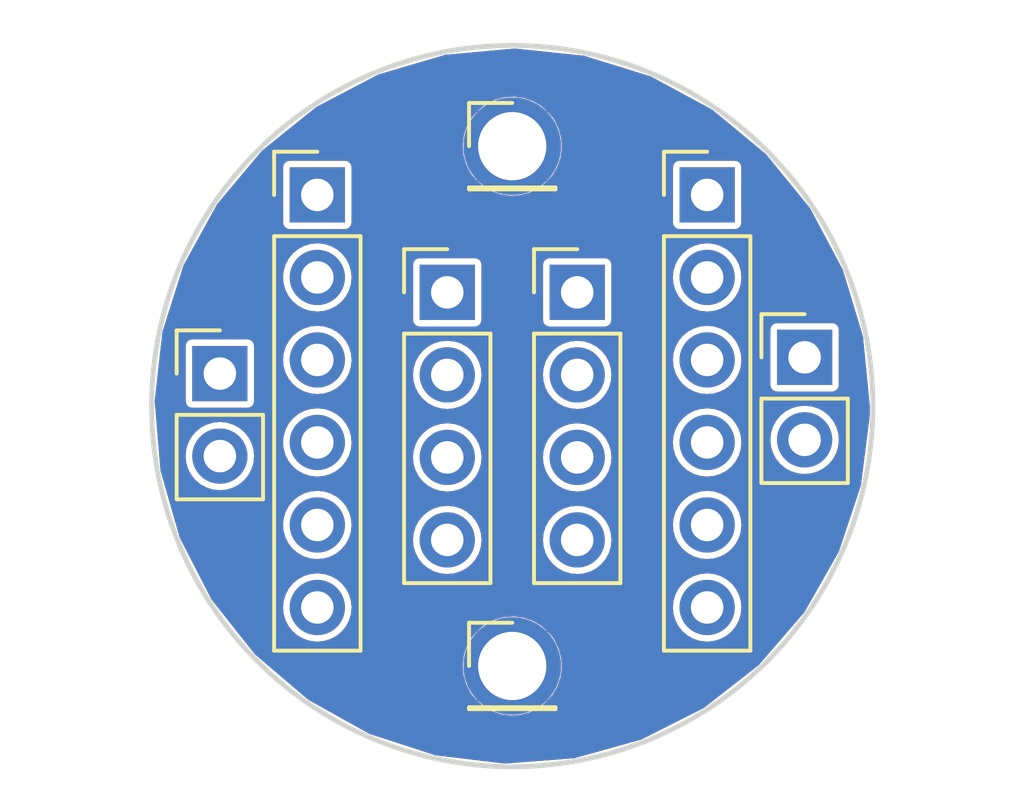
<source format=kicad_pcb>
(kicad_pcb (version 4) (host pcbnew 4.0.7-e2-6376~58~ubuntu16.04.1)

  (general
    (links 1)
    (no_connects 0)
    (area 146 75 177.342858 100.000001)
    (thickness 1.6)
    (drawings 1)
    (tracks 0)
    (zones 0)
    (modules 8)
    (nets 26)
  )

  (page A4)
  (layers
    (0 F.Cu signal)
    (31 B.Cu signal)
    (32 B.Adhes user)
    (33 F.Adhes user)
    (34 B.Paste user)
    (35 F.Paste user)
    (36 B.SilkS user)
    (37 F.SilkS user)
    (38 B.Mask user)
    (39 F.Mask user)
    (40 Dwgs.User user)
    (41 Cmts.User user)
    (42 Eco1.User user)
    (43 Eco2.User user)
    (44 Edge.Cuts user)
    (45 Margin user)
    (46 B.CrtYd user)
    (47 F.CrtYd user)
    (48 B.Fab user)
    (49 F.Fab user)
  )

  (setup
    (last_trace_width 0.25)
    (trace_clearance 0.2)
    (zone_clearance 0.02)
    (zone_45_only no)
    (trace_min 0.2)
    (segment_width 0.2)
    (edge_width 0.15)
    (via_size 0.6)
    (via_drill 0.4)
    (via_min_size 0.4)
    (via_min_drill 0.3)
    (uvia_size 0.3)
    (uvia_drill 0.1)
    (uvias_allowed no)
    (uvia_min_size 0.2)
    (uvia_min_drill 0.1)
    (pcb_text_width 0.3)
    (pcb_text_size 1.5 1.5)
    (mod_edge_width 0.15)
    (mod_text_size 1 1)
    (mod_text_width 0.15)
    (pad_size 3 3)
    (pad_drill 2.1)
    (pad_to_mask_clearance 0.2)
    (aux_axis_origin 0 0)
    (visible_elements FFFFFF5F)
    (pcbplotparams
      (layerselection 0x00030_80000001)
      (usegerberextensions false)
      (excludeedgelayer true)
      (linewidth 0.100000)
      (plotframeref false)
      (viasonmask false)
      (mode 1)
      (useauxorigin false)
      (hpglpennumber 1)
      (hpglpenspeed 20)
      (hpglpendiameter 15)
      (hpglpenoverlay 2)
      (psnegative false)
      (psa4output false)
      (plotreference true)
      (plotvalue true)
      (plotinvisibletext false)
      (padsonsilk false)
      (subtractmaskfromsilk false)
      (outputformat 1)
      (mirror false)
      (drillshape 1)
      (scaleselection 1)
      (outputdirectory ""))
  )

  (net 0 "")
  (net 1 "Net-(J1-Pad1)")
  (net 2 "Net-(J1-Pad2)")
  (net 3 "Net-(J1-Pad3)")
  (net 4 "Net-(J1-Pad4)")
  (net 5 "Net-(J2-Pad1)")
  (net 6 "Net-(J2-Pad2)")
  (net 7 "Net-(J2-Pad3)")
  (net 8 "Net-(J2-Pad4)")
  (net 9 "Net-(J5-Pad1)")
  (net 10 "Net-(J5-Pad2)")
  (net 11 "Net-(J5-Pad3)")
  (net 12 "Net-(J5-Pad4)")
  (net 13 "Net-(J5-Pad5)")
  (net 14 "Net-(J5-Pad6)")
  (net 15 "Net-(J6-Pad1)")
  (net 16 "Net-(J6-Pad2)")
  (net 17 "Net-(J6-Pad3)")
  (net 18 "Net-(J6-Pad4)")
  (net 19 "Net-(J6-Pad5)")
  (net 20 "Net-(J6-Pad6)")
  (net 21 GND)
  (net 22 "Net-(J7-Pad1)")
  (net 23 "Net-(J7-Pad2)")
  (net 24 "Net-(J8-Pad1)")
  (net 25 "Net-(J8-Pad2)")

  (net_class Default "This is the default net class."
    (clearance 0.2)
    (trace_width 0.25)
    (via_dia 0.6)
    (via_drill 0.4)
    (uvia_dia 0.3)
    (uvia_drill 0.1)
    (add_net GND)
    (add_net "Net-(J1-Pad1)")
    (add_net "Net-(J1-Pad2)")
    (add_net "Net-(J1-Pad3)")
    (add_net "Net-(J1-Pad4)")
    (add_net "Net-(J2-Pad1)")
    (add_net "Net-(J2-Pad2)")
    (add_net "Net-(J2-Pad3)")
    (add_net "Net-(J2-Pad4)")
    (add_net "Net-(J5-Pad1)")
    (add_net "Net-(J5-Pad2)")
    (add_net "Net-(J5-Pad3)")
    (add_net "Net-(J5-Pad4)")
    (add_net "Net-(J5-Pad5)")
    (add_net "Net-(J5-Pad6)")
    (add_net "Net-(J6-Pad1)")
    (add_net "Net-(J6-Pad2)")
    (add_net "Net-(J6-Pad3)")
    (add_net "Net-(J6-Pad4)")
    (add_net "Net-(J6-Pad5)")
    (add_net "Net-(J6-Pad6)")
    (add_net "Net-(J7-Pad1)")
    (add_net "Net-(J7-Pad2)")
    (add_net "Net-(J8-Pad1)")
    (add_net "Net-(J8-Pad2)")
  )

  (module Pin_Headers:Pin_Header_Straight_1x04_Pitch2.54mm (layer F.Cu) (tedit 5A4951CE) (tstamp 5A2C68EE)
    (at 163.5 84)
    (descr "Through hole straight pin header, 1x04, 2.54mm pitch, single row")
    (tags "Through hole pin header THT 1x04 2.54mm single row")
    (path /5A2C68A5)
    (fp_text reference J1 (at 0 -2.33) (layer F.SilkS) hide
      (effects (font (size 1 1) (thickness 0.15)))
    )
    (fp_text value Conn_01x04_Male (at 0 9.95) (layer F.Fab)
      (effects (font (size 1 1) (thickness 0.15)))
    )
    (fp_line (start -0.635 -1.27) (end 1.27 -1.27) (layer F.Fab) (width 0.1))
    (fp_line (start 1.27 -1.27) (end 1.27 8.89) (layer F.Fab) (width 0.1))
    (fp_line (start 1.27 8.89) (end -1.27 8.89) (layer F.Fab) (width 0.1))
    (fp_line (start -1.27 8.89) (end -1.27 -0.635) (layer F.Fab) (width 0.1))
    (fp_line (start -1.27 -0.635) (end -0.635 -1.27) (layer F.Fab) (width 0.1))
    (fp_line (start -1.33 8.95) (end 1.33 8.95) (layer F.SilkS) (width 0.12))
    (fp_line (start -1.33 1.27) (end -1.33 8.95) (layer F.SilkS) (width 0.12))
    (fp_line (start 1.33 1.27) (end 1.33 8.95) (layer F.SilkS) (width 0.12))
    (fp_line (start -1.33 1.27) (end 1.33 1.27) (layer F.SilkS) (width 0.12))
    (fp_line (start -1.33 0) (end -1.33 -1.33) (layer F.SilkS) (width 0.12))
    (fp_line (start -1.33 -1.33) (end 0 -1.33) (layer F.SilkS) (width 0.12))
    (fp_line (start -1.8 -1.8) (end -1.8 9.4) (layer F.CrtYd) (width 0.05))
    (fp_line (start -1.8 9.4) (end 1.8 9.4) (layer F.CrtYd) (width 0.05))
    (fp_line (start 1.8 9.4) (end 1.8 -1.8) (layer F.CrtYd) (width 0.05))
    (fp_line (start 1.8 -1.8) (end -1.8 -1.8) (layer F.CrtYd) (width 0.05))
    (fp_text user %R (at 0 3.81 90) (layer F.Fab)
      (effects (font (size 1 1) (thickness 0.15)))
    )
    (pad 1 thru_hole rect (at 0 0) (size 1.7 1.7) (drill 1) (layers *.Cu *.Mask)
      (net 1 "Net-(J1-Pad1)"))
    (pad 2 thru_hole oval (at 0 2.54) (size 1.7 1.7) (drill 1) (layers *.Cu *.Mask)
      (net 2 "Net-(J1-Pad2)"))
    (pad 3 thru_hole oval (at 0 5.08) (size 1.7 1.7) (drill 1) (layers *.Cu *.Mask)
      (net 3 "Net-(J1-Pad3)"))
    (pad 4 thru_hole oval (at 0 7.62) (size 1.7 1.7) (drill 1) (layers *.Cu *.Mask)
      (net 4 "Net-(J1-Pad4)"))
    (model ${KISYS3DMOD}/Pin_Headers.3dshapes/Pin_Header_Straight_1x04_Pitch2.54mm.wrl
      (at (xyz 0 0 0))
      (scale (xyz 1 1 1))
      (rotate (xyz 0 0 0))
    )
  )

  (module Pin_Headers:Pin_Header_Straight_1x04_Pitch2.54mm (layer F.Cu) (tedit 5A4951DD) (tstamp 5A2C6906)
    (at 159.5 84)
    (descr "Through hole straight pin header, 1x04, 2.54mm pitch, single row")
    (tags "Through hole pin header THT 1x04 2.54mm single row")
    (path /5A2C687C)
    (fp_text reference J2 (at 0 -2.33) (layer F.SilkS) hide
      (effects (font (size 1 1) (thickness 0.15)))
    )
    (fp_text value Conn_01x04_Male (at 0 9.95) (layer F.Fab)
      (effects (font (size 1 1) (thickness 0.15)))
    )
    (fp_line (start -0.635 -1.27) (end 1.27 -1.27) (layer F.Fab) (width 0.1))
    (fp_line (start 1.27 -1.27) (end 1.27 8.89) (layer F.Fab) (width 0.1))
    (fp_line (start 1.27 8.89) (end -1.27 8.89) (layer F.Fab) (width 0.1))
    (fp_line (start -1.27 8.89) (end -1.27 -0.635) (layer F.Fab) (width 0.1))
    (fp_line (start -1.27 -0.635) (end -0.635 -1.27) (layer F.Fab) (width 0.1))
    (fp_line (start -1.33 8.95) (end 1.33 8.95) (layer F.SilkS) (width 0.12))
    (fp_line (start -1.33 1.27) (end -1.33 8.95) (layer F.SilkS) (width 0.12))
    (fp_line (start 1.33 1.27) (end 1.33 8.95) (layer F.SilkS) (width 0.12))
    (fp_line (start -1.33 1.27) (end 1.33 1.27) (layer F.SilkS) (width 0.12))
    (fp_line (start -1.33 0) (end -1.33 -1.33) (layer F.SilkS) (width 0.12))
    (fp_line (start -1.33 -1.33) (end 0 -1.33) (layer F.SilkS) (width 0.12))
    (fp_line (start -1.8 -1.8) (end -1.8 9.4) (layer F.CrtYd) (width 0.05))
    (fp_line (start -1.8 9.4) (end 1.8 9.4) (layer F.CrtYd) (width 0.05))
    (fp_line (start 1.8 9.4) (end 1.8 -1.8) (layer F.CrtYd) (width 0.05))
    (fp_line (start 1.8 -1.8) (end -1.8 -1.8) (layer F.CrtYd) (width 0.05))
    (fp_text user %R (at 0 3.81 90) (layer F.Fab)
      (effects (font (size 1 1) (thickness 0.15)))
    )
    (pad 1 thru_hole rect (at 0 0) (size 1.7 1.7) (drill 1) (layers *.Cu *.Mask)
      (net 5 "Net-(J2-Pad1)"))
    (pad 2 thru_hole oval (at 0 2.54) (size 1.7 1.7) (drill 1) (layers *.Cu *.Mask)
      (net 6 "Net-(J2-Pad2)"))
    (pad 3 thru_hole oval (at 0 5.08) (size 1.7 1.7) (drill 1) (layers *.Cu *.Mask)
      (net 7 "Net-(J2-Pad3)"))
    (pad 4 thru_hole oval (at 0 7.62) (size 1.7 1.7) (drill 1) (layers *.Cu *.Mask)
      (net 8 "Net-(J2-Pad4)"))
    (model ${KISYS3DMOD}/Pin_Headers.3dshapes/Pin_Header_Straight_1x04_Pitch2.54mm.wrl
      (at (xyz 0 0 0))
      (scale (xyz 1 1 1))
      (rotate (xyz 0 0 0))
    )
  )

  (module Pin_Headers:Pin_Header_Straight_1x06_Pitch2.54mm (layer F.Cu) (tedit 5A4951B4) (tstamp 5A2C6950)
    (at 167.5 81)
    (descr "Through hole straight pin header, 1x06, 2.54mm pitch, single row")
    (tags "Through hole pin header THT 1x06 2.54mm single row")
    (path /5A2C63D5)
    (fp_text reference J5 (at 0 -2.33) (layer F.SilkS) hide
      (effects (font (size 1 1) (thickness 0.15)))
    )
    (fp_text value Conn_01x06_Male (at 0 15.03) (layer F.Fab)
      (effects (font (size 1 1) (thickness 0.15)))
    )
    (fp_line (start -0.635 -1.27) (end 1.27 -1.27) (layer F.Fab) (width 0.1))
    (fp_line (start 1.27 -1.27) (end 1.27 13.97) (layer F.Fab) (width 0.1))
    (fp_line (start 1.27 13.97) (end -1.27 13.97) (layer F.Fab) (width 0.1))
    (fp_line (start -1.27 13.97) (end -1.27 -0.635) (layer F.Fab) (width 0.1))
    (fp_line (start -1.27 -0.635) (end -0.635 -1.27) (layer F.Fab) (width 0.1))
    (fp_line (start -1.33 14.03) (end 1.33 14.03) (layer F.SilkS) (width 0.12))
    (fp_line (start -1.33 1.27) (end -1.33 14.03) (layer F.SilkS) (width 0.12))
    (fp_line (start 1.33 1.27) (end 1.33 14.03) (layer F.SilkS) (width 0.12))
    (fp_line (start -1.33 1.27) (end 1.33 1.27) (layer F.SilkS) (width 0.12))
    (fp_line (start -1.33 0) (end -1.33 -1.33) (layer F.SilkS) (width 0.12))
    (fp_line (start -1.33 -1.33) (end 0 -1.33) (layer F.SilkS) (width 0.12))
    (fp_line (start -1.8 -1.8) (end -1.8 14.5) (layer F.CrtYd) (width 0.05))
    (fp_line (start -1.8 14.5) (end 1.8 14.5) (layer F.CrtYd) (width 0.05))
    (fp_line (start 1.8 14.5) (end 1.8 -1.8) (layer F.CrtYd) (width 0.05))
    (fp_line (start 1.8 -1.8) (end -1.8 -1.8) (layer F.CrtYd) (width 0.05))
    (fp_text user %R (at 0 6.35 90) (layer F.Fab)
      (effects (font (size 1 1) (thickness 0.15)))
    )
    (pad 1 thru_hole rect (at 0 0) (size 1.7 1.7) (drill 1) (layers *.Cu *.Mask)
      (net 9 "Net-(J5-Pad1)"))
    (pad 2 thru_hole oval (at 0 2.54) (size 1.7 1.7) (drill 1) (layers *.Cu *.Mask)
      (net 10 "Net-(J5-Pad2)"))
    (pad 3 thru_hole oval (at 0 5.08) (size 1.7 1.7) (drill 1) (layers *.Cu *.Mask)
      (net 11 "Net-(J5-Pad3)"))
    (pad 4 thru_hole oval (at 0 7.62) (size 1.7 1.7) (drill 1) (layers *.Cu *.Mask)
      (net 12 "Net-(J5-Pad4)"))
    (pad 5 thru_hole oval (at 0 10.16) (size 1.7 1.7) (drill 1) (layers *.Cu *.Mask)
      (net 13 "Net-(J5-Pad5)"))
    (pad 6 thru_hole oval (at 0 12.7) (size 1.7 1.7) (drill 1) (layers *.Cu *.Mask)
      (net 14 "Net-(J5-Pad6)"))
    (model ${KISYS3DMOD}/Pin_Headers.3dshapes/Pin_Header_Straight_1x06_Pitch2.54mm.wrl
      (at (xyz 0 0 0))
      (scale (xyz 1 1 1))
      (rotate (xyz 0 0 0))
    )
  )

  (module Pin_Headers:Pin_Header_Straight_1x06_Pitch2.54mm (layer F.Cu) (tedit 5A495206) (tstamp 5A2C696A)
    (at 155.5 81)
    (descr "Through hole straight pin header, 1x06, 2.54mm pitch, single row")
    (tags "Through hole pin header THT 1x06 2.54mm single row")
    (path /5A2C634B)
    (fp_text reference J6 (at 0 -2.33) (layer F.SilkS) hide
      (effects (font (size 1 1) (thickness 0.15)))
    )
    (fp_text value Conn_01x06_Male (at 0 15.03) (layer F.Fab)
      (effects (font (size 1 1) (thickness 0.15)))
    )
    (fp_line (start -0.635 -1.27) (end 1.27 -1.27) (layer F.Fab) (width 0.1))
    (fp_line (start 1.27 -1.27) (end 1.27 13.97) (layer F.Fab) (width 0.1))
    (fp_line (start 1.27 13.97) (end -1.27 13.97) (layer F.Fab) (width 0.1))
    (fp_line (start -1.27 13.97) (end -1.27 -0.635) (layer F.Fab) (width 0.1))
    (fp_line (start -1.27 -0.635) (end -0.635 -1.27) (layer F.Fab) (width 0.1))
    (fp_line (start -1.33 14.03) (end 1.33 14.03) (layer F.SilkS) (width 0.12))
    (fp_line (start -1.33 1.27) (end -1.33 14.03) (layer F.SilkS) (width 0.12))
    (fp_line (start 1.33 1.27) (end 1.33 14.03) (layer F.SilkS) (width 0.12))
    (fp_line (start -1.33 1.27) (end 1.33 1.27) (layer F.SilkS) (width 0.12))
    (fp_line (start -1.33 0) (end -1.33 -1.33) (layer F.SilkS) (width 0.12))
    (fp_line (start -1.33 -1.33) (end 0 -1.33) (layer F.SilkS) (width 0.12))
    (fp_line (start -1.8 -1.8) (end -1.8 14.5) (layer F.CrtYd) (width 0.05))
    (fp_line (start -1.8 14.5) (end 1.8 14.5) (layer F.CrtYd) (width 0.05))
    (fp_line (start 1.8 14.5) (end 1.8 -1.8) (layer F.CrtYd) (width 0.05))
    (fp_line (start 1.8 -1.8) (end -1.8 -1.8) (layer F.CrtYd) (width 0.05))
    (fp_text user %R (at 0 6.35 90) (layer F.Fab)
      (effects (font (size 1 1) (thickness 0.15)))
    )
    (pad 1 thru_hole rect (at 0 0) (size 1.7 1.7) (drill 1) (layers *.Cu *.Mask)
      (net 15 "Net-(J6-Pad1)"))
    (pad 2 thru_hole oval (at 0 2.54) (size 1.7 1.7) (drill 1) (layers *.Cu *.Mask)
      (net 16 "Net-(J6-Pad2)"))
    (pad 3 thru_hole oval (at 0 5.08) (size 1.7 1.7) (drill 1) (layers *.Cu *.Mask)
      (net 17 "Net-(J6-Pad3)"))
    (pad 4 thru_hole oval (at 0 7.62) (size 1.7 1.7) (drill 1) (layers *.Cu *.Mask)
      (net 18 "Net-(J6-Pad4)"))
    (pad 5 thru_hole oval (at 0 10.16) (size 1.7 1.7) (drill 1) (layers *.Cu *.Mask)
      (net 19 "Net-(J6-Pad5)"))
    (pad 6 thru_hole oval (at 0 12.7) (size 1.7 1.7) (drill 1) (layers *.Cu *.Mask)
      (net 20 "Net-(J6-Pad6)"))
    (model ${KISYS3DMOD}/Pin_Headers.3dshapes/Pin_Header_Straight_1x06_Pitch2.54mm.wrl
      (at (xyz 0 0 0))
      (scale (xyz 1 1 1))
      (rotate (xyz 0 0 0))
    )
  )

  (module Pin_Headers:Pin_Header_Straight_1x01_Pitch2.54mm (layer F.Cu) (tedit 5A4951A6) (tstamp 5A2C6E0B)
    (at 161.5 79.5)
    (descr "Through hole straight pin header, 1x01, 2.54mm pitch, single row")
    (tags "Through hole pin header THT 1x01 2.54mm single row")
    (path /5A2C6D8B)
    (fp_text reference J3 (at 0 -2.33) (layer F.SilkS) hide
      (effects (font (size 1 1) (thickness 0.15)))
    )
    (fp_text value Conn_01x01 (at 0 2.33) (layer F.Fab)
      (effects (font (size 1 1) (thickness 0.15)))
    )
    (fp_line (start -0.635 -1.27) (end 1.27 -1.27) (layer F.Fab) (width 0.1))
    (fp_line (start 1.27 -1.27) (end 1.27 1.27) (layer F.Fab) (width 0.1))
    (fp_line (start 1.27 1.27) (end -1.27 1.27) (layer F.Fab) (width 0.1))
    (fp_line (start -1.27 1.27) (end -1.27 -0.635) (layer F.Fab) (width 0.1))
    (fp_line (start -1.27 -0.635) (end -0.635 -1.27) (layer F.Fab) (width 0.1))
    (fp_line (start -1.33 1.33) (end 1.33 1.33) (layer F.SilkS) (width 0.12))
    (fp_line (start -1.33 1.27) (end -1.33 1.33) (layer F.SilkS) (width 0.12))
    (fp_line (start 1.33 1.27) (end 1.33 1.33) (layer F.SilkS) (width 0.12))
    (fp_line (start -1.33 1.27) (end 1.33 1.27) (layer F.SilkS) (width 0.12))
    (fp_line (start -1.33 0) (end -1.33 -1.33) (layer F.SilkS) (width 0.12))
    (fp_line (start -1.33 -1.33) (end 0 -1.33) (layer F.SilkS) (width 0.12))
    (fp_line (start -1.8 -1.8) (end -1.8 1.8) (layer F.CrtYd) (width 0.05))
    (fp_line (start -1.8 1.8) (end 1.8 1.8) (layer F.CrtYd) (width 0.05))
    (fp_line (start 1.8 1.8) (end 1.8 -1.8) (layer F.CrtYd) (width 0.05))
    (fp_line (start 1.8 -1.8) (end -1.8 -1.8) (layer F.CrtYd) (width 0.05))
    (fp_text user %R (at 0 0 90) (layer F.Fab)
      (effects (font (size 1 1) (thickness 0.15)))
    )
    (pad 1 thru_hole circle (at 0 0) (size 3 3) (drill 2.1) (layers *.Cu *.Mask)
      (net 21 GND))
    (model ${KISYS3DMOD}/Pin_Headers.3dshapes/Pin_Header_Straight_1x01_Pitch2.54mm.wrl
      (at (xyz 0 0 0))
      (scale (xyz 1 1 1))
      (rotate (xyz 0 0 0))
    )
  )

  (module Pin_Headers:Pin_Header_Straight_1x01_Pitch2.54mm (layer F.Cu) (tedit 5A4951EA) (tstamp 5A2C6E20)
    (at 161.5 95.5)
    (descr "Through hole straight pin header, 1x01, 2.54mm pitch, single row")
    (tags "Through hole pin header THT 1x01 2.54mm single row")
    (path /5A2C6DAA)
    (fp_text reference J4 (at 0 -2.33) (layer F.SilkS) hide
      (effects (font (size 1 1) (thickness 0.15)))
    )
    (fp_text value Conn_01x01 (at 0 2.33) (layer F.Fab)
      (effects (font (size 1 1) (thickness 0.15)))
    )
    (fp_line (start -0.635 -1.27) (end 1.27 -1.27) (layer F.Fab) (width 0.1))
    (fp_line (start 1.27 -1.27) (end 1.27 1.27) (layer F.Fab) (width 0.1))
    (fp_line (start 1.27 1.27) (end -1.27 1.27) (layer F.Fab) (width 0.1))
    (fp_line (start -1.27 1.27) (end -1.27 -0.635) (layer F.Fab) (width 0.1))
    (fp_line (start -1.27 -0.635) (end -0.635 -1.27) (layer F.Fab) (width 0.1))
    (fp_line (start -1.33 1.33) (end 1.33 1.33) (layer F.SilkS) (width 0.12))
    (fp_line (start -1.33 1.27) (end -1.33 1.33) (layer F.SilkS) (width 0.12))
    (fp_line (start 1.33 1.27) (end 1.33 1.33) (layer F.SilkS) (width 0.12))
    (fp_line (start -1.33 1.27) (end 1.33 1.27) (layer F.SilkS) (width 0.12))
    (fp_line (start -1.33 0) (end -1.33 -1.33) (layer F.SilkS) (width 0.12))
    (fp_line (start -1.33 -1.33) (end 0 -1.33) (layer F.SilkS) (width 0.12))
    (fp_line (start -1.8 -1.8) (end -1.8 1.8) (layer F.CrtYd) (width 0.05))
    (fp_line (start -1.8 1.8) (end 1.8 1.8) (layer F.CrtYd) (width 0.05))
    (fp_line (start 1.8 1.8) (end 1.8 -1.8) (layer F.CrtYd) (width 0.05))
    (fp_line (start 1.8 -1.8) (end -1.8 -1.8) (layer F.CrtYd) (width 0.05))
    (fp_text user %R (at 0 0 90) (layer F.Fab)
      (effects (font (size 1 1) (thickness 0.15)))
    )
    (pad 1 thru_hole circle (at 0 0) (size 3 3) (drill 2.1) (layers *.Cu *.Mask)
      (net 21 GND))
    (model ${KISYS3DMOD}/Pin_Headers.3dshapes/Pin_Header_Straight_1x01_Pitch2.54mm.wrl
      (at (xyz 0 0 0))
      (scale (xyz 1 1 1))
      (rotate (xyz 0 0 0))
    )
  )

  (module Pin_Headers:Pin_Header_Straight_1x02_Pitch2.54mm (layer F.Cu) (tedit 5A495214) (tstamp 5A494F78)
    (at 152.5 86.5)
    (descr "Through hole straight pin header, 1x02, 2.54mm pitch, single row")
    (tags "Through hole pin header THT 1x02 2.54mm single row")
    (path /5A2C6DCF)
    (fp_text reference J7 (at 0 -2.33) (layer F.SilkS) hide
      (effects (font (size 1 1) (thickness 0.15)))
    )
    (fp_text value Conn_01x02_Male (at 0 4.87) (layer F.Fab)
      (effects (font (size 1 1) (thickness 0.15)))
    )
    (fp_line (start -0.635 -1.27) (end 1.27 -1.27) (layer F.Fab) (width 0.1))
    (fp_line (start 1.27 -1.27) (end 1.27 3.81) (layer F.Fab) (width 0.1))
    (fp_line (start 1.27 3.81) (end -1.27 3.81) (layer F.Fab) (width 0.1))
    (fp_line (start -1.27 3.81) (end -1.27 -0.635) (layer F.Fab) (width 0.1))
    (fp_line (start -1.27 -0.635) (end -0.635 -1.27) (layer F.Fab) (width 0.1))
    (fp_line (start -1.33 3.87) (end 1.33 3.87) (layer F.SilkS) (width 0.12))
    (fp_line (start -1.33 1.27) (end -1.33 3.87) (layer F.SilkS) (width 0.12))
    (fp_line (start 1.33 1.27) (end 1.33 3.87) (layer F.SilkS) (width 0.12))
    (fp_line (start -1.33 1.27) (end 1.33 1.27) (layer F.SilkS) (width 0.12))
    (fp_line (start -1.33 0) (end -1.33 -1.33) (layer F.SilkS) (width 0.12))
    (fp_line (start -1.33 -1.33) (end 0 -1.33) (layer F.SilkS) (width 0.12))
    (fp_line (start -1.8 -1.8) (end -1.8 4.35) (layer F.CrtYd) (width 0.05))
    (fp_line (start -1.8 4.35) (end 1.8 4.35) (layer F.CrtYd) (width 0.05))
    (fp_line (start 1.8 4.35) (end 1.8 -1.8) (layer F.CrtYd) (width 0.05))
    (fp_line (start 1.8 -1.8) (end -1.8 -1.8) (layer F.CrtYd) (width 0.05))
    (fp_text user %R (at 0 1.27 90) (layer F.Fab)
      (effects (font (size 1 1) (thickness 0.15)))
    )
    (pad 1 thru_hole rect (at 0 0) (size 1.7 1.7) (drill 1) (layers *.Cu *.Mask)
      (net 22 "Net-(J7-Pad1)"))
    (pad 2 thru_hole oval (at 0 2.54) (size 1.7 1.7) (drill 1) (layers *.Cu *.Mask)
      (net 23 "Net-(J7-Pad2)"))
    (model ${KISYS3DMOD}/Pin_Headers.3dshapes/Pin_Header_Straight_1x02_Pitch2.54mm.wrl
      (at (xyz 0 0 0))
      (scale (xyz 1 1 1))
      (rotate (xyz 0 0 0))
    )
  )

  (module Pin_Headers:Pin_Header_Straight_1x02_Pitch2.54mm (layer F.Cu) (tedit 5A4951C3) (tstamp 5A494F7E)
    (at 170.5 86)
    (descr "Through hole straight pin header, 1x02, 2.54mm pitch, single row")
    (tags "Through hole pin header THT 1x02 2.54mm single row")
    (path /5A2C6DFA)
    (fp_text reference J8 (at 0 -2.33) (layer F.SilkS) hide
      (effects (font (size 1 1) (thickness 0.15)))
    )
    (fp_text value Conn_01x02_Male (at 0 4.87) (layer F.Fab)
      (effects (font (size 1 1) (thickness 0.15)))
    )
    (fp_line (start -0.635 -1.27) (end 1.27 -1.27) (layer F.Fab) (width 0.1))
    (fp_line (start 1.27 -1.27) (end 1.27 3.81) (layer F.Fab) (width 0.1))
    (fp_line (start 1.27 3.81) (end -1.27 3.81) (layer F.Fab) (width 0.1))
    (fp_line (start -1.27 3.81) (end -1.27 -0.635) (layer F.Fab) (width 0.1))
    (fp_line (start -1.27 -0.635) (end -0.635 -1.27) (layer F.Fab) (width 0.1))
    (fp_line (start -1.33 3.87) (end 1.33 3.87) (layer F.SilkS) (width 0.12))
    (fp_line (start -1.33 1.27) (end -1.33 3.87) (layer F.SilkS) (width 0.12))
    (fp_line (start 1.33 1.27) (end 1.33 3.87) (layer F.SilkS) (width 0.12))
    (fp_line (start -1.33 1.27) (end 1.33 1.27) (layer F.SilkS) (width 0.12))
    (fp_line (start -1.33 0) (end -1.33 -1.33) (layer F.SilkS) (width 0.12))
    (fp_line (start -1.33 -1.33) (end 0 -1.33) (layer F.SilkS) (width 0.12))
    (fp_line (start -1.8 -1.8) (end -1.8 4.35) (layer F.CrtYd) (width 0.05))
    (fp_line (start -1.8 4.35) (end 1.8 4.35) (layer F.CrtYd) (width 0.05))
    (fp_line (start 1.8 4.35) (end 1.8 -1.8) (layer F.CrtYd) (width 0.05))
    (fp_line (start 1.8 -1.8) (end -1.8 -1.8) (layer F.CrtYd) (width 0.05))
    (fp_text user %R (at 0 1.27 90) (layer F.Fab)
      (effects (font (size 1 1) (thickness 0.15)))
    )
    (pad 1 thru_hole rect (at 0 0) (size 1.7 1.7) (drill 1) (layers *.Cu *.Mask)
      (net 24 "Net-(J8-Pad1)"))
    (pad 2 thru_hole oval (at 0 2.54) (size 1.7 1.7) (drill 1) (layers *.Cu *.Mask)
      (net 25 "Net-(J8-Pad2)"))
    (model ${KISYS3DMOD}/Pin_Headers.3dshapes/Pin_Header_Straight_1x02_Pitch2.54mm.wrl
      (at (xyz 0 0 0))
      (scale (xyz 1 1 1))
      (rotate (xyz 0 0 0))
    )
  )

  (gr_circle (center 161.5 87.5) (end 172.5 89) (layer Edge.Cuts) (width 0.15))

  (zone (net 21) (net_name GND) (layer F.Cu) (tstamp 5A494FC7) (hatch edge 0.508)
    (connect_pads (clearance 0.02))
    (min_thickness 0.03)
    (fill yes (arc_segments 32) (thermal_gap 0.02) (thermal_bridge_width 0.035))
    (polygon
      (pts
        (xy 175 75) (xy 146 75) (xy 147 100) (xy 176.5 99.5)
      )
    )
    (filled_polygon
      (pts
        (xy 163.710209 76.732703) (xy 165.759495 77.367063) (xy 167.646538 78.387383) (xy 169.299461 79.7548) (xy 170.655305 81.41723)
        (xy 171.662427 83.31135) (xy 172.282465 85.365014) (xy 172.491802 87.5) (xy 172.487516 87.806909) (xy 172.218649 89.935217)
        (xy 171.541511 91.970769) (xy 170.481895 93.83603) (xy 169.080161 95.459954) (xy 167.389702 96.780685) (xy 165.474906 97.747919)
        (xy 163.408706 98.324812) (xy 161.269805 98.489391) (xy 159.139672 98.235388) (xy 157.099443 97.572478) (xy 155.334777 96.58624)
        (xy 160.417296 96.58624) (xy 160.595408 96.749318) (xy 160.856519 96.901789) (xy 161.142359 97.000391) (xy 161.441943 97.041334)
        (xy 161.743757 97.023044) (xy 162.036205 96.946224) (xy 162.308046 96.813827) (xy 162.404592 96.749318) (xy 162.582704 96.58624)
        (xy 161.5 95.503536) (xy 160.417296 96.58624) (xy 155.334777 96.58624) (xy 155.226829 96.52591) (xy 153.953173 95.441943)
        (xy 159.958666 95.441943) (xy 159.976956 95.743757) (xy 160.053776 96.036205) (xy 160.186173 96.308046) (xy 160.250682 96.404592)
        (xy 160.41376 96.582704) (xy 161.496464 95.5) (xy 161.503536 95.5) (xy 162.58624 96.582704) (xy 162.749318 96.404592)
        (xy 162.901789 96.143481) (xy 163.000391 95.857641) (xy 163.041334 95.558057) (xy 163.023044 95.256243) (xy 162.946224 94.963795)
        (xy 162.813827 94.691954) (xy 162.749318 94.595408) (xy 162.58624 94.417296) (xy 161.503536 95.5) (xy 161.496464 95.5)
        (xy 160.41376 94.417296) (xy 160.250682 94.595408) (xy 160.098211 94.856519) (xy 159.999609 95.142359) (xy 159.958666 95.441943)
        (xy 153.953173 95.441943) (xy 153.593159 95.135547) (xy 152.449466 93.692565) (xy 154.429873 93.692565) (xy 154.448711 93.899561)
        (xy 154.507396 94.098956) (xy 154.603693 94.283155) (xy 154.733934 94.445141) (xy 154.893157 94.578746) (xy 155.075299 94.678879)
        (xy 155.273421 94.741727) (xy 155.479977 94.764896) (xy 155.494847 94.765) (xy 155.505153 94.765) (xy 155.712013 94.744717)
        (xy 155.910993 94.684642) (xy 156.094515 94.587061) (xy 156.255588 94.455693) (xy 156.290277 94.41376) (xy 160.417296 94.41376)
        (xy 161.5 95.496464) (xy 162.582704 94.41376) (xy 162.404592 94.250682) (xy 162.143481 94.098211) (xy 161.857641 93.999609)
        (xy 161.558057 93.958666) (xy 161.256243 93.976956) (xy 160.963795 94.053776) (xy 160.691954 94.186173) (xy 160.595408 94.250682)
        (xy 160.417296 94.41376) (xy 156.290277 94.41376) (xy 156.388078 94.29554) (xy 156.486937 94.112704) (xy 156.548401 93.914148)
        (xy 156.570127 93.707435) (xy 156.568774 93.692565) (xy 166.429873 93.692565) (xy 166.448711 93.899561) (xy 166.507396 94.098956)
        (xy 166.603693 94.283155) (xy 166.733934 94.445141) (xy 166.893157 94.578746) (xy 167.075299 94.678879) (xy 167.273421 94.741727)
        (xy 167.479977 94.764896) (xy 167.494847 94.765) (xy 167.505153 94.765) (xy 167.712013 94.744717) (xy 167.910993 94.684642)
        (xy 168.094515 94.587061) (xy 168.255588 94.455693) (xy 168.388078 94.29554) (xy 168.486937 94.112704) (xy 168.548401 93.914148)
        (xy 168.570127 93.707435) (xy 168.551289 93.500439) (xy 168.492604 93.301044) (xy 168.396307 93.116845) (xy 168.266066 92.954859)
        (xy 168.106843 92.821254) (xy 167.924701 92.721121) (xy 167.726579 92.658273) (xy 167.520023 92.635104) (xy 167.505153 92.635)
        (xy 167.494847 92.635) (xy 167.287987 92.655283) (xy 167.089007 92.715358) (xy 166.905485 92.812939) (xy 166.744412 92.944307)
        (xy 166.611922 93.10446) (xy 166.513063 93.287296) (xy 166.451599 93.485852) (xy 166.429873 93.692565) (xy 156.568774 93.692565)
        (xy 156.551289 93.500439) (xy 156.492604 93.301044) (xy 156.396307 93.116845) (xy 156.266066 92.954859) (xy 156.106843 92.821254)
        (xy 155.924701 92.721121) (xy 155.726579 92.658273) (xy 155.520023 92.635104) (xy 155.505153 92.635) (xy 155.494847 92.635)
        (xy 155.287987 92.655283) (xy 155.089007 92.715358) (xy 154.905485 92.812939) (xy 154.744412 92.944307) (xy 154.611922 93.10446)
        (xy 154.513063 93.287296) (xy 154.451599 93.485852) (xy 154.429873 93.692565) (xy 152.449466 93.692565) (xy 152.260658 93.454349)
        (xy 151.280081 91.546352) (xy 151.167165 91.152565) (xy 154.429873 91.152565) (xy 154.448711 91.359561) (xy 154.507396 91.558956)
        (xy 154.603693 91.743155) (xy 154.733934 91.905141) (xy 154.893157 92.038746) (xy 155.075299 92.138879) (xy 155.273421 92.201727)
        (xy 155.479977 92.224896) (xy 155.494847 92.225) (xy 155.505153 92.225) (xy 155.712013 92.204717) (xy 155.910993 92.144642)
        (xy 156.094515 92.047061) (xy 156.255588 91.915693) (xy 156.388078 91.75554) (xy 156.465384 91.612565) (xy 158.429873 91.612565)
        (xy 158.448711 91.819561) (xy 158.507396 92.018956) (xy 158.603693 92.203155) (xy 158.733934 92.365141) (xy 158.893157 92.498746)
        (xy 159.075299 92.598879) (xy 159.273421 92.661727) (xy 159.479977 92.684896) (xy 159.494847 92.685) (xy 159.505153 92.685)
        (xy 159.712013 92.664717) (xy 159.910993 92.604642) (xy 160.094515 92.507061) (xy 160.255588 92.375693) (xy 160.388078 92.21554)
        (xy 160.486937 92.032704) (xy 160.548401 91.834148) (xy 160.570127 91.627435) (xy 160.568774 91.612565) (xy 162.429873 91.612565)
        (xy 162.448711 91.819561) (xy 162.507396 92.018956) (xy 162.603693 92.203155) (xy 162.733934 92.365141) (xy 162.893157 92.498746)
        (xy 163.075299 92.598879) (xy 163.273421 92.661727) (xy 163.479977 92.684896) (xy 163.494847 92.685) (xy 163.505153 92.685)
        (xy 163.712013 92.664717) (xy 163.910993 92.604642) (xy 164.094515 92.507061) (xy 164.255588 92.375693) (xy 164.388078 92.21554)
        (xy 164.486937 92.032704) (xy 164.548401 91.834148) (xy 164.570127 91.627435) (xy 164.551289 91.420439) (xy 164.492604 91.221044)
        (xy 164.456805 91.152565) (xy 166.429873 91.152565) (xy 166.448711 91.359561) (xy 166.507396 91.558956) (xy 166.603693 91.743155)
        (xy 166.733934 91.905141) (xy 166.893157 92.038746) (xy 167.075299 92.138879) (xy 167.273421 92.201727) (xy 167.479977 92.224896)
        (xy 167.494847 92.225) (xy 167.505153 92.225) (xy 167.712013 92.204717) (xy 167.910993 92.144642) (xy 168.094515 92.047061)
        (xy 168.255588 91.915693) (xy 168.388078 91.75554) (xy 168.486937 91.572704) (xy 168.548401 91.374148) (xy 168.570127 91.167435)
        (xy 168.551289 90.960439) (xy 168.492604 90.761044) (xy 168.396307 90.576845) (xy 168.266066 90.414859) (xy 168.106843 90.281254)
        (xy 167.924701 90.181121) (xy 167.726579 90.118273) (xy 167.520023 90.095104) (xy 167.505153 90.095) (xy 167.494847 90.095)
        (xy 167.287987 90.115283) (xy 167.089007 90.175358) (xy 166.905485 90.272939) (xy 166.744412 90.404307) (xy 166.611922 90.56446)
        (xy 166.513063 90.747296) (xy 166.451599 90.945852) (xy 166.429873 91.152565) (xy 164.456805 91.152565) (xy 164.396307 91.036845)
        (xy 164.266066 90.874859) (xy 164.106843 90.741254) (xy 163.924701 90.641121) (xy 163.726579 90.578273) (xy 163.520023 90.555104)
        (xy 163.505153 90.555) (xy 163.494847 90.555) (xy 163.287987 90.575283) (xy 163.089007 90.635358) (xy 162.905485 90.732939)
        (xy 162.744412 90.864307) (xy 162.611922 91.02446) (xy 162.513063 91.207296) (xy 162.451599 91.405852) (xy 162.429873 91.612565)
        (xy 160.568774 91.612565) (xy 160.551289 91.420439) (xy 160.492604 91.221044) (xy 160.396307 91.036845) (xy 160.266066 90.874859)
        (xy 160.106843 90.741254) (xy 159.924701 90.641121) (xy 159.726579 90.578273) (xy 159.520023 90.555104) (xy 159.505153 90.555)
        (xy 159.494847 90.555) (xy 159.287987 90.575283) (xy 159.089007 90.635358) (xy 158.905485 90.732939) (xy 158.744412 90.864307)
        (xy 158.611922 91.02446) (xy 158.513063 91.207296) (xy 158.451599 91.405852) (xy 158.429873 91.612565) (xy 156.465384 91.612565)
        (xy 156.486937 91.572704) (xy 156.548401 91.374148) (xy 156.570127 91.167435) (xy 156.551289 90.960439) (xy 156.492604 90.761044)
        (xy 156.396307 90.576845) (xy 156.266066 90.414859) (xy 156.106843 90.281254) (xy 155.924701 90.181121) (xy 155.726579 90.118273)
        (xy 155.520023 90.095104) (xy 155.505153 90.095) (xy 155.494847 90.095) (xy 155.287987 90.115283) (xy 155.089007 90.175358)
        (xy 154.905485 90.272939) (xy 154.744412 90.404307) (xy 154.611922 90.56446) (xy 154.513063 90.747296) (xy 154.451599 90.945852)
        (xy 154.429873 91.152565) (xy 151.167165 91.152565) (xy 150.688777 89.484231) (xy 150.65085 89.032565) (xy 151.429873 89.032565)
        (xy 151.448711 89.239561) (xy 151.507396 89.438956) (xy 151.603693 89.623155) (xy 151.733934 89.785141) (xy 151.893157 89.918746)
        (xy 152.075299 90.018879) (xy 152.273421 90.081727) (xy 152.479977 90.104896) (xy 152.494847 90.105) (xy 152.505153 90.105)
        (xy 152.712013 90.084717) (xy 152.910993 90.024642) (xy 153.094515 89.927061) (xy 153.255588 89.795693) (xy 153.388078 89.63554)
        (xy 153.486937 89.452704) (xy 153.548401 89.254148) (xy 153.570127 89.047435) (xy 153.551289 88.840439) (xy 153.492604 88.641044)
        (xy 153.477716 88.612565) (xy 154.429873 88.612565) (xy 154.448711 88.819561) (xy 154.507396 89.018956) (xy 154.603693 89.203155)
        (xy 154.733934 89.365141) (xy 154.893157 89.498746) (xy 155.075299 89.598879) (xy 155.273421 89.661727) (xy 155.479977 89.684896)
        (xy 155.494847 89.685) (xy 155.505153 89.685) (xy 155.712013 89.664717) (xy 155.910993 89.604642) (xy 156.094515 89.507061)
        (xy 156.255588 89.375693) (xy 156.388078 89.21554) (xy 156.465384 89.072565) (xy 158.429873 89.072565) (xy 158.448711 89.279561)
        (xy 158.507396 89.478956) (xy 158.603693 89.663155) (xy 158.733934 89.825141) (xy 158.893157 89.958746) (xy 159.075299 90.058879)
        (xy 159.273421 90.121727) (xy 159.479977 90.144896) (xy 159.494847 90.145) (xy 159.505153 90.145) (xy 159.712013 90.124717)
        (xy 159.910993 90.064642) (xy 160.094515 89.967061) (xy 160.255588 89.835693) (xy 160.388078 89.67554) (xy 160.486937 89.492704)
        (xy 160.548401 89.294148) (xy 160.570127 89.087435) (xy 160.568774 89.072565) (xy 162.429873 89.072565) (xy 162.448711 89.279561)
        (xy 162.507396 89.478956) (xy 162.603693 89.663155) (xy 162.733934 89.825141) (xy 162.893157 89.958746) (xy 163.075299 90.058879)
        (xy 163.273421 90.121727) (xy 163.479977 90.144896) (xy 163.494847 90.145) (xy 163.505153 90.145) (xy 163.712013 90.124717)
        (xy 163.910993 90.064642) (xy 164.094515 89.967061) (xy 164.255588 89.835693) (xy 164.388078 89.67554) (xy 164.486937 89.492704)
        (xy 164.548401 89.294148) (xy 164.570127 89.087435) (xy 164.551289 88.880439) (xy 164.492604 88.681044) (xy 164.456805 88.612565)
        (xy 166.429873 88.612565) (xy 166.448711 88.819561) (xy 166.507396 89.018956) (xy 166.603693 89.203155) (xy 166.733934 89.365141)
        (xy 166.893157 89.498746) (xy 167.075299 89.598879) (xy 167.273421 89.661727) (xy 167.479977 89.684896) (xy 167.494847 89.685)
        (xy 167.505153 89.685) (xy 167.712013 89.664717) (xy 167.910993 89.604642) (xy 168.094515 89.507061) (xy 168.255588 89.375693)
        (xy 168.388078 89.21554) (xy 168.486937 89.032704) (xy 168.548401 88.834148) (xy 168.570127 88.627435) (xy 168.561494 88.532565)
        (xy 169.429873 88.532565) (xy 169.448711 88.739561) (xy 169.507396 88.938956) (xy 169.603693 89.123155) (xy 169.733934 89.285141)
        (xy 169.893157 89.418746) (xy 170.075299 89.518879) (xy 170.273421 89.581727) (xy 170.479977 89.604896) (xy 170.494847 89.605)
        (xy 170.505153 89.605) (xy 170.712013 89.584717) (xy 170.910993 89.524642) (xy 171.094515 89.427061) (xy 171.255588 89.295693)
        (xy 171.388078 89.13554) (xy 171.486937 88.952704) (xy 171.548401 88.754148) (xy 171.570127 88.547435) (xy 171.551289 88.340439)
        (xy 171.492604 88.141044) (xy 171.396307 87.956845) (xy 171.266066 87.794859) (xy 171.106843 87.661254) (xy 170.924701 87.561121)
        (xy 170.726579 87.498273) (xy 170.520023 87.475104) (xy 170.505153 87.475) (xy 170.494847 87.475) (xy 170.287987 87.495283)
        (xy 170.089007 87.555358) (xy 169.905485 87.652939) (xy 169.744412 87.784307) (xy 169.611922 87.94446) (xy 169.513063 88.127296)
        (xy 169.451599 88.325852) (xy 169.429873 88.532565) (xy 168.561494 88.532565) (xy 168.551289 88.420439) (xy 168.492604 88.221044)
        (xy 168.396307 88.036845) (xy 168.266066 87.874859) (xy 168.106843 87.741254) (xy 167.924701 87.641121) (xy 167.726579 87.578273)
        (xy 167.520023 87.555104) (xy 167.505153 87.555) (xy 167.494847 87.555) (xy 167.287987 87.575283) (xy 167.089007 87.635358)
        (xy 166.905485 87.732939) (xy 166.744412 87.864307) (xy 166.611922 88.02446) (xy 166.513063 88.207296) (xy 166.451599 88.405852)
        (xy 166.429873 88.612565) (xy 164.456805 88.612565) (xy 164.396307 88.496845) (xy 164.266066 88.334859) (xy 164.106843 88.201254)
        (xy 163.924701 88.101121) (xy 163.726579 88.038273) (xy 163.520023 88.015104) (xy 163.505153 88.015) (xy 163.494847 88.015)
        (xy 163.287987 88.035283) (xy 163.089007 88.095358) (xy 162.905485 88.192939) (xy 162.744412 88.324307) (xy 162.611922 88.48446)
        (xy 162.513063 88.667296) (xy 162.451599 88.865852) (xy 162.429873 89.072565) (xy 160.568774 89.072565) (xy 160.551289 88.880439)
        (xy 160.492604 88.681044) (xy 160.396307 88.496845) (xy 160.266066 88.334859) (xy 160.106843 88.201254) (xy 159.924701 88.101121)
        (xy 159.726579 88.038273) (xy 159.520023 88.015104) (xy 159.505153 88.015) (xy 159.494847 88.015) (xy 159.287987 88.035283)
        (xy 159.089007 88.095358) (xy 158.905485 88.192939) (xy 158.744412 88.324307) (xy 158.611922 88.48446) (xy 158.513063 88.667296)
        (xy 158.451599 88.865852) (xy 158.429873 89.072565) (xy 156.465384 89.072565) (xy 156.486937 89.032704) (xy 156.548401 88.834148)
        (xy 156.570127 88.627435) (xy 156.551289 88.420439) (xy 156.492604 88.221044) (xy 156.396307 88.036845) (xy 156.266066 87.874859)
        (xy 156.106843 87.741254) (xy 155.924701 87.641121) (xy 155.726579 87.578273) (xy 155.520023 87.555104) (xy 155.505153 87.555)
        (xy 155.494847 87.555) (xy 155.287987 87.575283) (xy 155.089007 87.635358) (xy 154.905485 87.732939) (xy 154.744412 87.864307)
        (xy 154.611922 88.02446) (xy 154.513063 88.207296) (xy 154.451599 88.405852) (xy 154.429873 88.612565) (xy 153.477716 88.612565)
        (xy 153.396307 88.456845) (xy 153.266066 88.294859) (xy 153.106843 88.161254) (xy 152.924701 88.061121) (xy 152.726579 87.998273)
        (xy 152.520023 87.975104) (xy 152.505153 87.975) (xy 152.494847 87.975) (xy 152.287987 87.995283) (xy 152.089007 88.055358)
        (xy 151.905485 88.152939) (xy 151.744412 88.284307) (xy 151.611922 88.44446) (xy 151.513063 88.627296) (xy 151.451599 88.825852)
        (xy 151.429873 89.032565) (xy 150.65085 89.032565) (xy 150.509269 87.34653) (xy 150.699565 85.65) (xy 151.43396 85.65)
        (xy 151.43396 87.35) (xy 151.43669 87.384238) (xy 151.454674 87.442309) (xy 151.488124 87.493071) (xy 151.534391 87.532504)
        (xy 151.589813 87.557487) (xy 151.65 87.56604) (xy 153.35 87.56604) (xy 153.384238 87.56331) (xy 153.442309 87.545326)
        (xy 153.493071 87.511876) (xy 153.532504 87.465609) (xy 153.557487 87.410187) (xy 153.56604 87.35) (xy 153.56604 86.072565)
        (xy 154.429873 86.072565) (xy 154.448711 86.279561) (xy 154.507396 86.478956) (xy 154.603693 86.663155) (xy 154.733934 86.825141)
        (xy 154.893157 86.958746) (xy 155.075299 87.058879) (xy 155.273421 87.121727) (xy 155.479977 87.144896) (xy 155.494847 87.145)
        (xy 155.505153 87.145) (xy 155.712013 87.124717) (xy 155.910993 87.064642) (xy 156.094515 86.967061) (xy 156.255588 86.835693)
        (xy 156.388078 86.67554) (xy 156.465384 86.532565) (xy 158.429873 86.532565) (xy 158.448711 86.739561) (xy 158.507396 86.938956)
        (xy 158.603693 87.123155) (xy 158.733934 87.285141) (xy 158.893157 87.418746) (xy 159.075299 87.518879) (xy 159.273421 87.581727)
        (xy 159.479977 87.604896) (xy 159.494847 87.605) (xy 159.505153 87.605) (xy 159.712013 87.584717) (xy 159.910993 87.524642)
        (xy 160.094515 87.427061) (xy 160.255588 87.295693) (xy 160.388078 87.13554) (xy 160.486937 86.952704) (xy 160.548401 86.754148)
        (xy 160.570127 86.547435) (xy 160.568774 86.532565) (xy 162.429873 86.532565) (xy 162.448711 86.739561) (xy 162.507396 86.938956)
        (xy 162.603693 87.123155) (xy 162.733934 87.285141) (xy 162.893157 87.418746) (xy 163.075299 87.518879) (xy 163.273421 87.581727)
        (xy 163.479977 87.604896) (xy 163.494847 87.605) (xy 163.505153 87.605) (xy 163.712013 87.584717) (xy 163.910993 87.524642)
        (xy 164.094515 87.427061) (xy 164.255588 87.295693) (xy 164.388078 87.13554) (xy 164.486937 86.952704) (xy 164.548401 86.754148)
        (xy 164.570127 86.547435) (xy 164.551289 86.340439) (xy 164.492604 86.141044) (xy 164.456805 86.072565) (xy 166.429873 86.072565)
        (xy 166.448711 86.279561) (xy 166.507396 86.478956) (xy 166.603693 86.663155) (xy 166.733934 86.825141) (xy 166.893157 86.958746)
        (xy 167.075299 87.058879) (xy 167.273421 87.121727) (xy 167.479977 87.144896) (xy 167.494847 87.145) (xy 167.505153 87.145)
        (xy 167.712013 87.124717) (xy 167.910993 87.064642) (xy 168.094515 86.967061) (xy 168.255588 86.835693) (xy 168.388078 86.67554)
        (xy 168.486937 86.492704) (xy 168.548401 86.294148) (xy 168.570127 86.087435) (xy 168.551289 85.880439) (xy 168.492604 85.681044)
        (xy 168.396307 85.496845) (xy 168.266066 85.334859) (xy 168.106843 85.201254) (xy 168.013612 85.15) (xy 169.43396 85.15)
        (xy 169.43396 86.85) (xy 169.43669 86.884238) (xy 169.454674 86.942309) (xy 169.488124 86.993071) (xy 169.534391 87.032504)
        (xy 169.589813 87.057487) (xy 169.65 87.06604) (xy 171.35 87.06604) (xy 171.384238 87.06331) (xy 171.442309 87.045326)
        (xy 171.493071 87.011876) (xy 171.532504 86.965609) (xy 171.557487 86.910187) (xy 171.56604 86.85) (xy 171.56604 85.15)
        (xy 171.56331 85.115762) (xy 171.545326 85.057691) (xy 171.511876 85.006929) (xy 171.465609 84.967496) (xy 171.410187 84.942513)
        (xy 171.35 84.93396) (xy 169.65 84.93396) (xy 169.615762 84.93669) (xy 169.557691 84.954674) (xy 169.506929 84.988124)
        (xy 169.467496 85.034391) (xy 169.442513 85.089813) (xy 169.43396 85.15) (xy 168.013612 85.15) (xy 167.924701 85.101121)
        (xy 167.726579 85.038273) (xy 167.520023 85.015104) (xy 167.505153 85.015) (xy 167.494847 85.015) (xy 167.287987 85.035283)
        (xy 167.089007 85.095358) (xy 166.905485 85.192939) (xy 166.744412 85.324307) (xy 166.611922 85.48446) (xy 166.513063 85.667296)
        (xy 166.451599 85.865852) (xy 166.429873 86.072565) (xy 164.456805 86.072565) (xy 164.396307 85.956845) (xy 164.266066 85.794859)
        (xy 164.106843 85.661254) (xy 163.924701 85.561121) (xy 163.726579 85.498273) (xy 163.520023 85.475104) (xy 163.505153 85.475)
        (xy 163.494847 85.475) (xy 163.287987 85.495283) (xy 163.089007 85.555358) (xy 162.905485 85.652939) (xy 162.744412 85.784307)
        (xy 162.611922 85.94446) (xy 162.513063 86.127296) (xy 162.451599 86.325852) (xy 162.429873 86.532565) (xy 160.568774 86.532565)
        (xy 160.551289 86.340439) (xy 160.492604 86.141044) (xy 160.396307 85.956845) (xy 160.266066 85.794859) (xy 160.106843 85.661254)
        (xy 159.924701 85.561121) (xy 159.726579 85.498273) (xy 159.520023 85.475104) (xy 159.505153 85.475) (xy 159.494847 85.475)
        (xy 159.287987 85.495283) (xy 159.089007 85.555358) (xy 158.905485 85.652939) (xy 158.744412 85.784307) (xy 158.611922 85.94446)
        (xy 158.513063 86.127296) (xy 158.451599 86.325852) (xy 158.429873 86.532565) (xy 156.465384 86.532565) (xy 156.486937 86.492704)
        (xy 156.548401 86.294148) (xy 156.570127 86.087435) (xy 156.551289 85.880439) (xy 156.492604 85.681044) (xy 156.396307 85.496845)
        (xy 156.266066 85.334859) (xy 156.106843 85.201254) (xy 155.924701 85.101121) (xy 155.726579 85.038273) (xy 155.520023 85.015104)
        (xy 155.505153 85.015) (xy 155.494847 85.015) (xy 155.287987 85.035283) (xy 155.089007 85.095358) (xy 154.905485 85.192939)
        (xy 154.744412 85.324307) (xy 154.611922 85.48446) (xy 154.513063 85.667296) (xy 154.451599 85.865852) (xy 154.429873 86.072565)
        (xy 153.56604 86.072565) (xy 153.56604 85.65) (xy 153.56331 85.615762) (xy 153.545326 85.557691) (xy 153.511876 85.506929)
        (xy 153.465609 85.467496) (xy 153.410187 85.442513) (xy 153.35 85.43396) (xy 151.65 85.43396) (xy 151.615762 85.43669)
        (xy 151.557691 85.454674) (xy 151.506929 85.488124) (xy 151.467496 85.534391) (xy 151.442513 85.589813) (xy 151.43396 85.65)
        (xy 150.699565 85.65) (xy 150.748395 85.214676) (xy 151.281992 83.532565) (xy 154.429873 83.532565) (xy 154.448711 83.739561)
        (xy 154.507396 83.938956) (xy 154.603693 84.123155) (xy 154.733934 84.285141) (xy 154.893157 84.418746) (xy 155.075299 84.518879)
        (xy 155.273421 84.581727) (xy 155.479977 84.604896) (xy 155.494847 84.605) (xy 155.505153 84.605) (xy 155.712013 84.584717)
        (xy 155.910993 84.524642) (xy 156.094515 84.427061) (xy 156.255588 84.295693) (xy 156.388078 84.13554) (xy 156.486937 83.952704)
        (xy 156.548401 83.754148) (xy 156.570127 83.547435) (xy 156.551289 83.340439) (xy 156.49524 83.15) (xy 158.43396 83.15)
        (xy 158.43396 84.85) (xy 158.43669 84.884238) (xy 158.454674 84.942309) (xy 158.488124 84.993071) (xy 158.534391 85.032504)
        (xy 158.589813 85.057487) (xy 158.65 85.06604) (xy 160.35 85.06604) (xy 160.384238 85.06331) (xy 160.442309 85.045326)
        (xy 160.493071 85.011876) (xy 160.532504 84.965609) (xy 160.557487 84.910187) (xy 160.56604 84.85) (xy 160.56604 83.15)
        (xy 162.43396 83.15) (xy 162.43396 84.85) (xy 162.43669 84.884238) (xy 162.454674 84.942309) (xy 162.488124 84.993071)
        (xy 162.534391 85.032504) (xy 162.589813 85.057487) (xy 162.65 85.06604) (xy 164.35 85.06604) (xy 164.384238 85.06331)
        (xy 164.442309 85.045326) (xy 164.493071 85.011876) (xy 164.532504 84.965609) (xy 164.557487 84.910187) (xy 164.56604 84.85)
        (xy 164.56604 83.532565) (xy 166.429873 83.532565) (xy 166.448711 83.739561) (xy 166.507396 83.938956) (xy 166.603693 84.123155)
        (xy 166.733934 84.285141) (xy 166.893157 84.418746) (xy 167.075299 84.518879) (xy 167.273421 84.581727) (xy 167.479977 84.604896)
        (xy 167.494847 84.605) (xy 167.505153 84.605) (xy 167.712013 84.584717) (xy 167.910993 84.524642) (xy 168.094515 84.427061)
        (xy 168.255588 84.295693) (xy 168.388078 84.13554) (xy 168.486937 83.952704) (xy 168.548401 83.754148) (xy 168.570127 83.547435)
        (xy 168.551289 83.340439) (xy 168.492604 83.141044) (xy 168.396307 82.956845) (xy 168.266066 82.794859) (xy 168.106843 82.661254)
        (xy 167.924701 82.561121) (xy 167.726579 82.498273) (xy 167.520023 82.475104) (xy 167.505153 82.475) (xy 167.494847 82.475)
        (xy 167.287987 82.495283) (xy 167.089007 82.555358) (xy 166.905485 82.652939) (xy 166.744412 82.784307) (xy 166.611922 82.94446)
        (xy 166.513063 83.127296) (xy 166.451599 83.325852) (xy 166.429873 83.532565) (xy 164.56604 83.532565) (xy 164.56604 83.15)
        (xy 164.56331 83.115762) (xy 164.545326 83.057691) (xy 164.511876 83.006929) (xy 164.465609 82.967496) (xy 164.410187 82.942513)
        (xy 164.35 82.93396) (xy 162.65 82.93396) (xy 162.615762 82.93669) (xy 162.557691 82.954674) (xy 162.506929 82.988124)
        (xy 162.467496 83.034391) (xy 162.442513 83.089813) (xy 162.43396 83.15) (xy 160.56604 83.15) (xy 160.56331 83.115762)
        (xy 160.545326 83.057691) (xy 160.511876 83.006929) (xy 160.465609 82.967496) (xy 160.410187 82.942513) (xy 160.35 82.93396)
        (xy 158.65 82.93396) (xy 158.615762 82.93669) (xy 158.557691 82.954674) (xy 158.506929 82.988124) (xy 158.467496 83.034391)
        (xy 158.442513 83.089813) (xy 158.43396 83.15) (xy 156.49524 83.15) (xy 156.492604 83.141044) (xy 156.396307 82.956845)
        (xy 156.266066 82.794859) (xy 156.106843 82.661254) (xy 155.924701 82.561121) (xy 155.726579 82.498273) (xy 155.520023 82.475104)
        (xy 155.505153 82.475) (xy 155.494847 82.475) (xy 155.287987 82.495283) (xy 155.089007 82.555358) (xy 154.905485 82.652939)
        (xy 154.744412 82.784307) (xy 154.611922 82.94446) (xy 154.513063 83.127296) (xy 154.451599 83.325852) (xy 154.429873 83.532565)
        (xy 151.281992 83.532565) (xy 151.397046 83.169869) (xy 152.430516 81.289995) (xy 153.387085 80.15) (xy 154.43396 80.15)
        (xy 154.43396 81.85) (xy 154.43669 81.884238) (xy 154.454674 81.942309) (xy 154.488124 81.993071) (xy 154.534391 82.032504)
        (xy 154.589813 82.057487) (xy 154.65 82.06604) (xy 156.35 82.06604) (xy 156.384238 82.06331) (xy 156.442309 82.045326)
        (xy 156.493071 82.011876) (xy 156.532504 81.965609) (xy 156.557487 81.910187) (xy 156.56604 81.85) (xy 156.56604 80.58624)
        (xy 160.417296 80.58624) (xy 160.595408 80.749318) (xy 160.856519 80.901789) (xy 161.142359 81.000391) (xy 161.441943 81.041334)
        (xy 161.743757 81.023044) (xy 162.036205 80.946224) (xy 162.308046 80.813827) (xy 162.404592 80.749318) (xy 162.582704 80.58624)
        (xy 161.5 79.503536) (xy 160.417296 80.58624) (xy 156.56604 80.58624) (xy 156.56604 80.15) (xy 156.56331 80.115762)
        (xy 156.545326 80.057691) (xy 156.511876 80.006929) (xy 156.465609 79.967496) (xy 156.410187 79.942513) (xy 156.35 79.93396)
        (xy 154.65 79.93396) (xy 154.615762 79.93669) (xy 154.557691 79.954674) (xy 154.506929 79.988124) (xy 154.467496 80.034391)
        (xy 154.442513 80.089813) (xy 154.43396 80.15) (xy 153.387085 80.15) (xy 153.809439 79.646658) (xy 154.064052 79.441943)
        (xy 159.958666 79.441943) (xy 159.976956 79.743757) (xy 160.053776 80.036205) (xy 160.186173 80.308046) (xy 160.250682 80.404592)
        (xy 160.41376 80.582704) (xy 161.496464 79.5) (xy 161.503536 79.5) (xy 162.58624 80.582704) (xy 162.749318 80.404592)
        (xy 162.897982 80.15) (xy 166.43396 80.15) (xy 166.43396 81.85) (xy 166.43669 81.884238) (xy 166.454674 81.942309)
        (xy 166.488124 81.993071) (xy 166.534391 82.032504) (xy 166.589813 82.057487) (xy 166.65 82.06604) (xy 168.35 82.06604)
        (xy 168.384238 82.06331) (xy 168.442309 82.045326) (xy 168.493071 82.011876) (xy 168.532504 81.965609) (xy 168.557487 81.910187)
        (xy 168.56604 81.85) (xy 168.56604 80.15) (xy 168.56331 80.115762) (xy 168.545326 80.057691) (xy 168.511876 80.006929)
        (xy 168.465609 79.967496) (xy 168.410187 79.942513) (xy 168.35 79.93396) (xy 166.65 79.93396) (xy 166.615762 79.93669)
        (xy 166.557691 79.954674) (xy 166.506929 79.988124) (xy 166.467496 80.034391) (xy 166.442513 80.089813) (xy 166.43396 80.15)
        (xy 162.897982 80.15) (xy 162.901789 80.143481) (xy 163.000391 79.857641) (xy 163.041334 79.558057) (xy 163.023044 79.256243)
        (xy 162.946224 78.963795) (xy 162.813827 78.691954) (xy 162.749318 78.595408) (xy 162.58624 78.417296) (xy 161.503536 79.5)
        (xy 161.496464 79.5) (xy 160.41376 78.417296) (xy 160.250682 78.595408) (xy 160.098211 78.856519) (xy 159.999609 79.142359)
        (xy 159.958666 79.441943) (xy 154.064052 79.441943) (xy 155.342853 78.41376) (xy 160.417296 78.41376) (xy 161.5 79.496464)
        (xy 162.582704 78.41376) (xy 162.404592 78.250682) (xy 162.143481 78.098211) (xy 161.857641 77.999609) (xy 161.558057 77.958666)
        (xy 161.256243 77.976956) (xy 160.963795 78.053776) (xy 160.691954 78.186173) (xy 160.595408 78.250682) (xy 160.417296 78.41376)
        (xy 155.342853 78.41376) (xy 155.481293 78.302452) (xy 157.382398 77.308579) (xy 159.440342 76.702893) (xy 161.576737 76.508466)
      )
    )
  )
  (zone (net 21) (net_name GND) (layer B.Cu) (tstamp 5A495023) (hatch edge 0.508)
    (connect_pads (clearance 0.02))
    (min_thickness 0.03)
    (fill yes (arc_segments 32) (thermal_gap 0.02) (thermal_bridge_width 0.035))
    (polygon
      (pts
        (xy 174 76) (xy 148 76) (xy 149 100) (xy 175 99)
      )
    )
    (filled_polygon
      (pts
        (xy 163.710209 76.732703) (xy 165.759495 77.367063) (xy 167.646538 78.387383) (xy 169.299461 79.7548) (xy 170.655305 81.41723)
        (xy 171.662427 83.31135) (xy 172.282465 85.365014) (xy 172.491802 87.5) (xy 172.487516 87.806909) (xy 172.218649 89.935217)
        (xy 171.541511 91.970769) (xy 170.481895 93.83603) (xy 169.080161 95.459954) (xy 167.389702 96.780685) (xy 165.474906 97.747919)
        (xy 163.408706 98.324812) (xy 161.269805 98.489391) (xy 159.139672 98.235388) (xy 157.099443 97.572478) (xy 155.334777 96.58624)
        (xy 160.417296 96.58624) (xy 160.595408 96.749318) (xy 160.856519 96.901789) (xy 161.142359 97.000391) (xy 161.441943 97.041334)
        (xy 161.743757 97.023044) (xy 162.036205 96.946224) (xy 162.308046 96.813827) (xy 162.404592 96.749318) (xy 162.582704 96.58624)
        (xy 161.5 95.503536) (xy 160.417296 96.58624) (xy 155.334777 96.58624) (xy 155.226829 96.52591) (xy 153.953173 95.441943)
        (xy 159.958666 95.441943) (xy 159.976956 95.743757) (xy 160.053776 96.036205) (xy 160.186173 96.308046) (xy 160.250682 96.404592)
        (xy 160.41376 96.582704) (xy 161.496464 95.5) (xy 161.503536 95.5) (xy 162.58624 96.582704) (xy 162.749318 96.404592)
        (xy 162.901789 96.143481) (xy 163.000391 95.857641) (xy 163.041334 95.558057) (xy 163.023044 95.256243) (xy 162.946224 94.963795)
        (xy 162.813827 94.691954) (xy 162.749318 94.595408) (xy 162.58624 94.417296) (xy 161.503536 95.5) (xy 161.496464 95.5)
        (xy 160.41376 94.417296) (xy 160.250682 94.595408) (xy 160.098211 94.856519) (xy 159.999609 95.142359) (xy 159.958666 95.441943)
        (xy 153.953173 95.441943) (xy 153.593159 95.135547) (xy 152.449466 93.692565) (xy 154.429873 93.692565) (xy 154.448711 93.899561)
        (xy 154.507396 94.098956) (xy 154.603693 94.283155) (xy 154.733934 94.445141) (xy 154.893157 94.578746) (xy 155.075299 94.678879)
        (xy 155.273421 94.741727) (xy 155.479977 94.764896) (xy 155.494847 94.765) (xy 155.505153 94.765) (xy 155.712013 94.744717)
        (xy 155.910993 94.684642) (xy 156.094515 94.587061) (xy 156.255588 94.455693) (xy 156.290277 94.41376) (xy 160.417296 94.41376)
        (xy 161.5 95.496464) (xy 162.582704 94.41376) (xy 162.404592 94.250682) (xy 162.143481 94.098211) (xy 161.857641 93.999609)
        (xy 161.558057 93.958666) (xy 161.256243 93.976956) (xy 160.963795 94.053776) (xy 160.691954 94.186173) (xy 160.595408 94.250682)
        (xy 160.417296 94.41376) (xy 156.290277 94.41376) (xy 156.388078 94.29554) (xy 156.486937 94.112704) (xy 156.548401 93.914148)
        (xy 156.570127 93.707435) (xy 156.568774 93.692565) (xy 166.429873 93.692565) (xy 166.448711 93.899561) (xy 166.507396 94.098956)
        (xy 166.603693 94.283155) (xy 166.733934 94.445141) (xy 166.893157 94.578746) (xy 167.075299 94.678879) (xy 167.273421 94.741727)
        (xy 167.479977 94.764896) (xy 167.494847 94.765) (xy 167.505153 94.765) (xy 167.712013 94.744717) (xy 167.910993 94.684642)
        (xy 168.094515 94.587061) (xy 168.255588 94.455693) (xy 168.388078 94.29554) (xy 168.486937 94.112704) (xy 168.548401 93.914148)
        (xy 168.570127 93.707435) (xy 168.551289 93.500439) (xy 168.492604 93.301044) (xy 168.396307 93.116845) (xy 168.266066 92.954859)
        (xy 168.106843 92.821254) (xy 167.924701 92.721121) (xy 167.726579 92.658273) (xy 167.520023 92.635104) (xy 167.505153 92.635)
        (xy 167.494847 92.635) (xy 167.287987 92.655283) (xy 167.089007 92.715358) (xy 166.905485 92.812939) (xy 166.744412 92.944307)
        (xy 166.611922 93.10446) (xy 166.513063 93.287296) (xy 166.451599 93.485852) (xy 166.429873 93.692565) (xy 156.568774 93.692565)
        (xy 156.551289 93.500439) (xy 156.492604 93.301044) (xy 156.396307 93.116845) (xy 156.266066 92.954859) (xy 156.106843 92.821254)
        (xy 155.924701 92.721121) (xy 155.726579 92.658273) (xy 155.520023 92.635104) (xy 155.505153 92.635) (xy 155.494847 92.635)
        (xy 155.287987 92.655283) (xy 155.089007 92.715358) (xy 154.905485 92.812939) (xy 154.744412 92.944307) (xy 154.611922 93.10446)
        (xy 154.513063 93.287296) (xy 154.451599 93.485852) (xy 154.429873 93.692565) (xy 152.449466 93.692565) (xy 152.260658 93.454349)
        (xy 151.280081 91.546352) (xy 151.167165 91.152565) (xy 154.429873 91.152565) (xy 154.448711 91.359561) (xy 154.507396 91.558956)
        (xy 154.603693 91.743155) (xy 154.733934 91.905141) (xy 154.893157 92.038746) (xy 155.075299 92.138879) (xy 155.273421 92.201727)
        (xy 155.479977 92.224896) (xy 155.494847 92.225) (xy 155.505153 92.225) (xy 155.712013 92.204717) (xy 155.910993 92.144642)
        (xy 156.094515 92.047061) (xy 156.255588 91.915693) (xy 156.388078 91.75554) (xy 156.465384 91.612565) (xy 158.429873 91.612565)
        (xy 158.448711 91.819561) (xy 158.507396 92.018956) (xy 158.603693 92.203155) (xy 158.733934 92.365141) (xy 158.893157 92.498746)
        (xy 159.075299 92.598879) (xy 159.273421 92.661727) (xy 159.479977 92.684896) (xy 159.494847 92.685) (xy 159.505153 92.685)
        (xy 159.712013 92.664717) (xy 159.910993 92.604642) (xy 160.094515 92.507061) (xy 160.255588 92.375693) (xy 160.388078 92.21554)
        (xy 160.486937 92.032704) (xy 160.548401 91.834148) (xy 160.570127 91.627435) (xy 160.568774 91.612565) (xy 162.429873 91.612565)
        (xy 162.448711 91.819561) (xy 162.507396 92.018956) (xy 162.603693 92.203155) (xy 162.733934 92.365141) (xy 162.893157 92.498746)
        (xy 163.075299 92.598879) (xy 163.273421 92.661727) (xy 163.479977 92.684896) (xy 163.494847 92.685) (xy 163.505153 92.685)
        (xy 163.712013 92.664717) (xy 163.910993 92.604642) (xy 164.094515 92.507061) (xy 164.255588 92.375693) (xy 164.388078 92.21554)
        (xy 164.486937 92.032704) (xy 164.548401 91.834148) (xy 164.570127 91.627435) (xy 164.551289 91.420439) (xy 164.492604 91.221044)
        (xy 164.456805 91.152565) (xy 166.429873 91.152565) (xy 166.448711 91.359561) (xy 166.507396 91.558956) (xy 166.603693 91.743155)
        (xy 166.733934 91.905141) (xy 166.893157 92.038746) (xy 167.075299 92.138879) (xy 167.273421 92.201727) (xy 167.479977 92.224896)
        (xy 167.494847 92.225) (xy 167.505153 92.225) (xy 167.712013 92.204717) (xy 167.910993 92.144642) (xy 168.094515 92.047061)
        (xy 168.255588 91.915693) (xy 168.388078 91.75554) (xy 168.486937 91.572704) (xy 168.548401 91.374148) (xy 168.570127 91.167435)
        (xy 168.551289 90.960439) (xy 168.492604 90.761044) (xy 168.396307 90.576845) (xy 168.266066 90.414859) (xy 168.106843 90.281254)
        (xy 167.924701 90.181121) (xy 167.726579 90.118273) (xy 167.520023 90.095104) (xy 167.505153 90.095) (xy 167.494847 90.095)
        (xy 167.287987 90.115283) (xy 167.089007 90.175358) (xy 166.905485 90.272939) (xy 166.744412 90.404307) (xy 166.611922 90.56446)
        (xy 166.513063 90.747296) (xy 166.451599 90.945852) (xy 166.429873 91.152565) (xy 164.456805 91.152565) (xy 164.396307 91.036845)
        (xy 164.266066 90.874859) (xy 164.106843 90.741254) (xy 163.924701 90.641121) (xy 163.726579 90.578273) (xy 163.520023 90.555104)
        (xy 163.505153 90.555) (xy 163.494847 90.555) (xy 163.287987 90.575283) (xy 163.089007 90.635358) (xy 162.905485 90.732939)
        (xy 162.744412 90.864307) (xy 162.611922 91.02446) (xy 162.513063 91.207296) (xy 162.451599 91.405852) (xy 162.429873 91.612565)
        (xy 160.568774 91.612565) (xy 160.551289 91.420439) (xy 160.492604 91.221044) (xy 160.396307 91.036845) (xy 160.266066 90.874859)
        (xy 160.106843 90.741254) (xy 159.924701 90.641121) (xy 159.726579 90.578273) (xy 159.520023 90.555104) (xy 159.505153 90.555)
        (xy 159.494847 90.555) (xy 159.287987 90.575283) (xy 159.089007 90.635358) (xy 158.905485 90.732939) (xy 158.744412 90.864307)
        (xy 158.611922 91.02446) (xy 158.513063 91.207296) (xy 158.451599 91.405852) (xy 158.429873 91.612565) (xy 156.465384 91.612565)
        (xy 156.486937 91.572704) (xy 156.548401 91.374148) (xy 156.570127 91.167435) (xy 156.551289 90.960439) (xy 156.492604 90.761044)
        (xy 156.396307 90.576845) (xy 156.266066 90.414859) (xy 156.106843 90.281254) (xy 155.924701 90.181121) (xy 155.726579 90.118273)
        (xy 155.520023 90.095104) (xy 155.505153 90.095) (xy 155.494847 90.095) (xy 155.287987 90.115283) (xy 155.089007 90.175358)
        (xy 154.905485 90.272939) (xy 154.744412 90.404307) (xy 154.611922 90.56446) (xy 154.513063 90.747296) (xy 154.451599 90.945852)
        (xy 154.429873 91.152565) (xy 151.167165 91.152565) (xy 150.688777 89.484231) (xy 150.65085 89.032565) (xy 151.429873 89.032565)
        (xy 151.448711 89.239561) (xy 151.507396 89.438956) (xy 151.603693 89.623155) (xy 151.733934 89.785141) (xy 151.893157 89.918746)
        (xy 152.075299 90.018879) (xy 152.273421 90.081727) (xy 152.479977 90.104896) (xy 152.494847 90.105) (xy 152.505153 90.105)
        (xy 152.712013 90.084717) (xy 152.910993 90.024642) (xy 153.094515 89.927061) (xy 153.255588 89.795693) (xy 153.388078 89.63554)
        (xy 153.486937 89.452704) (xy 153.548401 89.254148) (xy 153.570127 89.047435) (xy 153.551289 88.840439) (xy 153.492604 88.641044)
        (xy 153.477716 88.612565) (xy 154.429873 88.612565) (xy 154.448711 88.819561) (xy 154.507396 89.018956) (xy 154.603693 89.203155)
        (xy 154.733934 89.365141) (xy 154.893157 89.498746) (xy 155.075299 89.598879) (xy 155.273421 89.661727) (xy 155.479977 89.684896)
        (xy 155.494847 89.685) (xy 155.505153 89.685) (xy 155.712013 89.664717) (xy 155.910993 89.604642) (xy 156.094515 89.507061)
        (xy 156.255588 89.375693) (xy 156.388078 89.21554) (xy 156.465384 89.072565) (xy 158.429873 89.072565) (xy 158.448711 89.279561)
        (xy 158.507396 89.478956) (xy 158.603693 89.663155) (xy 158.733934 89.825141) (xy 158.893157 89.958746) (xy 159.075299 90.058879)
        (xy 159.273421 90.121727) (xy 159.479977 90.144896) (xy 159.494847 90.145) (xy 159.505153 90.145) (xy 159.712013 90.124717)
        (xy 159.910993 90.064642) (xy 160.094515 89.967061) (xy 160.255588 89.835693) (xy 160.388078 89.67554) (xy 160.486937 89.492704)
        (xy 160.548401 89.294148) (xy 160.570127 89.087435) (xy 160.568774 89.072565) (xy 162.429873 89.072565) (xy 162.448711 89.279561)
        (xy 162.507396 89.478956) (xy 162.603693 89.663155) (xy 162.733934 89.825141) (xy 162.893157 89.958746) (xy 163.075299 90.058879)
        (xy 163.273421 90.121727) (xy 163.479977 90.144896) (xy 163.494847 90.145) (xy 163.505153 90.145) (xy 163.712013 90.124717)
        (xy 163.910993 90.064642) (xy 164.094515 89.967061) (xy 164.255588 89.835693) (xy 164.388078 89.67554) (xy 164.486937 89.492704)
        (xy 164.548401 89.294148) (xy 164.570127 89.087435) (xy 164.551289 88.880439) (xy 164.492604 88.681044) (xy 164.456805 88.612565)
        (xy 166.429873 88.612565) (xy 166.448711 88.819561) (xy 166.507396 89.018956) (xy 166.603693 89.203155) (xy 166.733934 89.365141)
        (xy 166.893157 89.498746) (xy 167.075299 89.598879) (xy 167.273421 89.661727) (xy 167.479977 89.684896) (xy 167.494847 89.685)
        (xy 167.505153 89.685) (xy 167.712013 89.664717) (xy 167.910993 89.604642) (xy 168.094515 89.507061) (xy 168.255588 89.375693)
        (xy 168.388078 89.21554) (xy 168.486937 89.032704) (xy 168.548401 88.834148) (xy 168.570127 88.627435) (xy 168.561494 88.532565)
        (xy 169.429873 88.532565) (xy 169.448711 88.739561) (xy 169.507396 88.938956) (xy 169.603693 89.123155) (xy 169.733934 89.285141)
        (xy 169.893157 89.418746) (xy 170.075299 89.518879) (xy 170.273421 89.581727) (xy 170.479977 89.604896) (xy 170.494847 89.605)
        (xy 170.505153 89.605) (xy 170.712013 89.584717) (xy 170.910993 89.524642) (xy 171.094515 89.427061) (xy 171.255588 89.295693)
        (xy 171.388078 89.13554) (xy 171.486937 88.952704) (xy 171.548401 88.754148) (xy 171.570127 88.547435) (xy 171.551289 88.340439)
        (xy 171.492604 88.141044) (xy 171.396307 87.956845) (xy 171.266066 87.794859) (xy 171.106843 87.661254) (xy 170.924701 87.561121)
        (xy 170.726579 87.498273) (xy 170.520023 87.475104) (xy 170.505153 87.475) (xy 170.494847 87.475) (xy 170.287987 87.495283)
        (xy 170.089007 87.555358) (xy 169.905485 87.652939) (xy 169.744412 87.784307) (xy 169.611922 87.94446) (xy 169.513063 88.127296)
        (xy 169.451599 88.325852) (xy 169.429873 88.532565) (xy 168.561494 88.532565) (xy 168.551289 88.420439) (xy 168.492604 88.221044)
        (xy 168.396307 88.036845) (xy 168.266066 87.874859) (xy 168.106843 87.741254) (xy 167.924701 87.641121) (xy 167.726579 87.578273)
        (xy 167.520023 87.555104) (xy 167.505153 87.555) (xy 167.494847 87.555) (xy 167.287987 87.575283) (xy 167.089007 87.635358)
        (xy 166.905485 87.732939) (xy 166.744412 87.864307) (xy 166.611922 88.02446) (xy 166.513063 88.207296) (xy 166.451599 88.405852)
        (xy 166.429873 88.612565) (xy 164.456805 88.612565) (xy 164.396307 88.496845) (xy 164.266066 88.334859) (xy 164.106843 88.201254)
        (xy 163.924701 88.101121) (xy 163.726579 88.038273) (xy 163.520023 88.015104) (xy 163.505153 88.015) (xy 163.494847 88.015)
        (xy 163.287987 88.035283) (xy 163.089007 88.095358) (xy 162.905485 88.192939) (xy 162.744412 88.324307) (xy 162.611922 88.48446)
        (xy 162.513063 88.667296) (xy 162.451599 88.865852) (xy 162.429873 89.072565) (xy 160.568774 89.072565) (xy 160.551289 88.880439)
        (xy 160.492604 88.681044) (xy 160.396307 88.496845) (xy 160.266066 88.334859) (xy 160.106843 88.201254) (xy 159.924701 88.101121)
        (xy 159.726579 88.038273) (xy 159.520023 88.015104) (xy 159.505153 88.015) (xy 159.494847 88.015) (xy 159.287987 88.035283)
        (xy 159.089007 88.095358) (xy 158.905485 88.192939) (xy 158.744412 88.324307) (xy 158.611922 88.48446) (xy 158.513063 88.667296)
        (xy 158.451599 88.865852) (xy 158.429873 89.072565) (xy 156.465384 89.072565) (xy 156.486937 89.032704) (xy 156.548401 88.834148)
        (xy 156.570127 88.627435) (xy 156.551289 88.420439) (xy 156.492604 88.221044) (xy 156.396307 88.036845) (xy 156.266066 87.874859)
        (xy 156.106843 87.741254) (xy 155.924701 87.641121) (xy 155.726579 87.578273) (xy 155.520023 87.555104) (xy 155.505153 87.555)
        (xy 155.494847 87.555) (xy 155.287987 87.575283) (xy 155.089007 87.635358) (xy 154.905485 87.732939) (xy 154.744412 87.864307)
        (xy 154.611922 88.02446) (xy 154.513063 88.207296) (xy 154.451599 88.405852) (xy 154.429873 88.612565) (xy 153.477716 88.612565)
        (xy 153.396307 88.456845) (xy 153.266066 88.294859) (xy 153.106843 88.161254) (xy 152.924701 88.061121) (xy 152.726579 87.998273)
        (xy 152.520023 87.975104) (xy 152.505153 87.975) (xy 152.494847 87.975) (xy 152.287987 87.995283) (xy 152.089007 88.055358)
        (xy 151.905485 88.152939) (xy 151.744412 88.284307) (xy 151.611922 88.44446) (xy 151.513063 88.627296) (xy 151.451599 88.825852)
        (xy 151.429873 89.032565) (xy 150.65085 89.032565) (xy 150.509269 87.34653) (xy 150.699565 85.65) (xy 151.43396 85.65)
        (xy 151.43396 87.35) (xy 151.43669 87.384238) (xy 151.454674 87.442309) (xy 151.488124 87.493071) (xy 151.534391 87.532504)
        (xy 151.589813 87.557487) (xy 151.65 87.56604) (xy 153.35 87.56604) (xy 153.384238 87.56331) (xy 153.442309 87.545326)
        (xy 153.493071 87.511876) (xy 153.532504 87.465609) (xy 153.557487 87.410187) (xy 153.56604 87.35) (xy 153.56604 86.072565)
        (xy 154.429873 86.072565) (xy 154.448711 86.279561) (xy 154.507396 86.478956) (xy 154.603693 86.663155) (xy 154.733934 86.825141)
        (xy 154.893157 86.958746) (xy 155.075299 87.058879) (xy 155.273421 87.121727) (xy 155.479977 87.144896) (xy 155.494847 87.145)
        (xy 155.505153 87.145) (xy 155.712013 87.124717) (xy 155.910993 87.064642) (xy 156.094515 86.967061) (xy 156.255588 86.835693)
        (xy 156.388078 86.67554) (xy 156.465384 86.532565) (xy 158.429873 86.532565) (xy 158.448711 86.739561) (xy 158.507396 86.938956)
        (xy 158.603693 87.123155) (xy 158.733934 87.285141) (xy 158.893157 87.418746) (xy 159.075299 87.518879) (xy 159.273421 87.581727)
        (xy 159.479977 87.604896) (xy 159.494847 87.605) (xy 159.505153 87.605) (xy 159.712013 87.584717) (xy 159.910993 87.524642)
        (xy 160.094515 87.427061) (xy 160.255588 87.295693) (xy 160.388078 87.13554) (xy 160.486937 86.952704) (xy 160.548401 86.754148)
        (xy 160.570127 86.547435) (xy 160.568774 86.532565) (xy 162.429873 86.532565) (xy 162.448711 86.739561) (xy 162.507396 86.938956)
        (xy 162.603693 87.123155) (xy 162.733934 87.285141) (xy 162.893157 87.418746) (xy 163.075299 87.518879) (xy 163.273421 87.581727)
        (xy 163.479977 87.604896) (xy 163.494847 87.605) (xy 163.505153 87.605) (xy 163.712013 87.584717) (xy 163.910993 87.524642)
        (xy 164.094515 87.427061) (xy 164.255588 87.295693) (xy 164.388078 87.13554) (xy 164.486937 86.952704) (xy 164.548401 86.754148)
        (xy 164.570127 86.547435) (xy 164.551289 86.340439) (xy 164.492604 86.141044) (xy 164.456805 86.072565) (xy 166.429873 86.072565)
        (xy 166.448711 86.279561) (xy 166.507396 86.478956) (xy 166.603693 86.663155) (xy 166.733934 86.825141) (xy 166.893157 86.958746)
        (xy 167.075299 87.058879) (xy 167.273421 87.121727) (xy 167.479977 87.144896) (xy 167.494847 87.145) (xy 167.505153 87.145)
        (xy 167.712013 87.124717) (xy 167.910993 87.064642) (xy 168.094515 86.967061) (xy 168.255588 86.835693) (xy 168.388078 86.67554)
        (xy 168.486937 86.492704) (xy 168.548401 86.294148) (xy 168.570127 86.087435) (xy 168.551289 85.880439) (xy 168.492604 85.681044)
        (xy 168.396307 85.496845) (xy 168.266066 85.334859) (xy 168.106843 85.201254) (xy 168.013612 85.15) (xy 169.43396 85.15)
        (xy 169.43396 86.85) (xy 169.43669 86.884238) (xy 169.454674 86.942309) (xy 169.488124 86.993071) (xy 169.534391 87.032504)
        (xy 169.589813 87.057487) (xy 169.65 87.06604) (xy 171.35 87.06604) (xy 171.384238 87.06331) (xy 171.442309 87.045326)
        (xy 171.493071 87.011876) (xy 171.532504 86.965609) (xy 171.557487 86.910187) (xy 171.56604 86.85) (xy 171.56604 85.15)
        (xy 171.56331 85.115762) (xy 171.545326 85.057691) (xy 171.511876 85.006929) (xy 171.465609 84.967496) (xy 171.410187 84.942513)
        (xy 171.35 84.93396) (xy 169.65 84.93396) (xy 169.615762 84.93669) (xy 169.557691 84.954674) (xy 169.506929 84.988124)
        (xy 169.467496 85.034391) (xy 169.442513 85.089813) (xy 169.43396 85.15) (xy 168.013612 85.15) (xy 167.924701 85.101121)
        (xy 167.726579 85.038273) (xy 167.520023 85.015104) (xy 167.505153 85.015) (xy 167.494847 85.015) (xy 167.287987 85.035283)
        (xy 167.089007 85.095358) (xy 166.905485 85.192939) (xy 166.744412 85.324307) (xy 166.611922 85.48446) (xy 166.513063 85.667296)
        (xy 166.451599 85.865852) (xy 166.429873 86.072565) (xy 164.456805 86.072565) (xy 164.396307 85.956845) (xy 164.266066 85.794859)
        (xy 164.106843 85.661254) (xy 163.924701 85.561121) (xy 163.726579 85.498273) (xy 163.520023 85.475104) (xy 163.505153 85.475)
        (xy 163.494847 85.475) (xy 163.287987 85.495283) (xy 163.089007 85.555358) (xy 162.905485 85.652939) (xy 162.744412 85.784307)
        (xy 162.611922 85.94446) (xy 162.513063 86.127296) (xy 162.451599 86.325852) (xy 162.429873 86.532565) (xy 160.568774 86.532565)
        (xy 160.551289 86.340439) (xy 160.492604 86.141044) (xy 160.396307 85.956845) (xy 160.266066 85.794859) (xy 160.106843 85.661254)
        (xy 159.924701 85.561121) (xy 159.726579 85.498273) (xy 159.520023 85.475104) (xy 159.505153 85.475) (xy 159.494847 85.475)
        (xy 159.287987 85.495283) (xy 159.089007 85.555358) (xy 158.905485 85.652939) (xy 158.744412 85.784307) (xy 158.611922 85.94446)
        (xy 158.513063 86.127296) (xy 158.451599 86.325852) (xy 158.429873 86.532565) (xy 156.465384 86.532565) (xy 156.486937 86.492704)
        (xy 156.548401 86.294148) (xy 156.570127 86.087435) (xy 156.551289 85.880439) (xy 156.492604 85.681044) (xy 156.396307 85.496845)
        (xy 156.266066 85.334859) (xy 156.106843 85.201254) (xy 155.924701 85.101121) (xy 155.726579 85.038273) (xy 155.520023 85.015104)
        (xy 155.505153 85.015) (xy 155.494847 85.015) (xy 155.287987 85.035283) (xy 155.089007 85.095358) (xy 154.905485 85.192939)
        (xy 154.744412 85.324307) (xy 154.611922 85.48446) (xy 154.513063 85.667296) (xy 154.451599 85.865852) (xy 154.429873 86.072565)
        (xy 153.56604 86.072565) (xy 153.56604 85.65) (xy 153.56331 85.615762) (xy 153.545326 85.557691) (xy 153.511876 85.506929)
        (xy 153.465609 85.467496) (xy 153.410187 85.442513) (xy 153.35 85.43396) (xy 151.65 85.43396) (xy 151.615762 85.43669)
        (xy 151.557691 85.454674) (xy 151.506929 85.488124) (xy 151.467496 85.534391) (xy 151.442513 85.589813) (xy 151.43396 85.65)
        (xy 150.699565 85.65) (xy 150.748395 85.214676) (xy 151.281992 83.532565) (xy 154.429873 83.532565) (xy 154.448711 83.739561)
        (xy 154.507396 83.938956) (xy 154.603693 84.123155) (xy 154.733934 84.285141) (xy 154.893157 84.418746) (xy 155.075299 84.518879)
        (xy 155.273421 84.581727) (xy 155.479977 84.604896) (xy 155.494847 84.605) (xy 155.505153 84.605) (xy 155.712013 84.584717)
        (xy 155.910993 84.524642) (xy 156.094515 84.427061) (xy 156.255588 84.295693) (xy 156.388078 84.13554) (xy 156.486937 83.952704)
        (xy 156.548401 83.754148) (xy 156.570127 83.547435) (xy 156.551289 83.340439) (xy 156.49524 83.15) (xy 158.43396 83.15)
        (xy 158.43396 84.85) (xy 158.43669 84.884238) (xy 158.454674 84.942309) (xy 158.488124 84.993071) (xy 158.534391 85.032504)
        (xy 158.589813 85.057487) (xy 158.65 85.06604) (xy 160.35 85.06604) (xy 160.384238 85.06331) (xy 160.442309 85.045326)
        (xy 160.493071 85.011876) (xy 160.532504 84.965609) (xy 160.557487 84.910187) (xy 160.56604 84.85) (xy 160.56604 83.15)
        (xy 162.43396 83.15) (xy 162.43396 84.85) (xy 162.43669 84.884238) (xy 162.454674 84.942309) (xy 162.488124 84.993071)
        (xy 162.534391 85.032504) (xy 162.589813 85.057487) (xy 162.65 85.06604) (xy 164.35 85.06604) (xy 164.384238 85.06331)
        (xy 164.442309 85.045326) (xy 164.493071 85.011876) (xy 164.532504 84.965609) (xy 164.557487 84.910187) (xy 164.56604 84.85)
        (xy 164.56604 83.532565) (xy 166.429873 83.532565) (xy 166.448711 83.739561) (xy 166.507396 83.938956) (xy 166.603693 84.123155)
        (xy 166.733934 84.285141) (xy 166.893157 84.418746) (xy 167.075299 84.518879) (xy 167.273421 84.581727) (xy 167.479977 84.604896)
        (xy 167.494847 84.605) (xy 167.505153 84.605) (xy 167.712013 84.584717) (xy 167.910993 84.524642) (xy 168.094515 84.427061)
        (xy 168.255588 84.295693) (xy 168.388078 84.13554) (xy 168.486937 83.952704) (xy 168.548401 83.754148) (xy 168.570127 83.547435)
        (xy 168.551289 83.340439) (xy 168.492604 83.141044) (xy 168.396307 82.956845) (xy 168.266066 82.794859) (xy 168.106843 82.661254)
        (xy 167.924701 82.561121) (xy 167.726579 82.498273) (xy 167.520023 82.475104) (xy 167.505153 82.475) (xy 167.494847 82.475)
        (xy 167.287987 82.495283) (xy 167.089007 82.555358) (xy 166.905485 82.652939) (xy 166.744412 82.784307) (xy 166.611922 82.94446)
        (xy 166.513063 83.127296) (xy 166.451599 83.325852) (xy 166.429873 83.532565) (xy 164.56604 83.532565) (xy 164.56604 83.15)
        (xy 164.56331 83.115762) (xy 164.545326 83.057691) (xy 164.511876 83.006929) (xy 164.465609 82.967496) (xy 164.410187 82.942513)
        (xy 164.35 82.93396) (xy 162.65 82.93396) (xy 162.615762 82.93669) (xy 162.557691 82.954674) (xy 162.506929 82.988124)
        (xy 162.467496 83.034391) (xy 162.442513 83.089813) (xy 162.43396 83.15) (xy 160.56604 83.15) (xy 160.56331 83.115762)
        (xy 160.545326 83.057691) (xy 160.511876 83.006929) (xy 160.465609 82.967496) (xy 160.410187 82.942513) (xy 160.35 82.93396)
        (xy 158.65 82.93396) (xy 158.615762 82.93669) (xy 158.557691 82.954674) (xy 158.506929 82.988124) (xy 158.467496 83.034391)
        (xy 158.442513 83.089813) (xy 158.43396 83.15) (xy 156.49524 83.15) (xy 156.492604 83.141044) (xy 156.396307 82.956845)
        (xy 156.266066 82.794859) (xy 156.106843 82.661254) (xy 155.924701 82.561121) (xy 155.726579 82.498273) (xy 155.520023 82.475104)
        (xy 155.505153 82.475) (xy 155.494847 82.475) (xy 155.287987 82.495283) (xy 155.089007 82.555358) (xy 154.905485 82.652939)
        (xy 154.744412 82.784307) (xy 154.611922 82.94446) (xy 154.513063 83.127296) (xy 154.451599 83.325852) (xy 154.429873 83.532565)
        (xy 151.281992 83.532565) (xy 151.397046 83.169869) (xy 152.430516 81.289995) (xy 153.387085 80.15) (xy 154.43396 80.15)
        (xy 154.43396 81.85) (xy 154.43669 81.884238) (xy 154.454674 81.942309) (xy 154.488124 81.993071) (xy 154.534391 82.032504)
        (xy 154.589813 82.057487) (xy 154.65 82.06604) (xy 156.35 82.06604) (xy 156.384238 82.06331) (xy 156.442309 82.045326)
        (xy 156.493071 82.011876) (xy 156.532504 81.965609) (xy 156.557487 81.910187) (xy 156.56604 81.85) (xy 156.56604 80.58624)
        (xy 160.417296 80.58624) (xy 160.595408 80.749318) (xy 160.856519 80.901789) (xy 161.142359 81.000391) (xy 161.441943 81.041334)
        (xy 161.743757 81.023044) (xy 162.036205 80.946224) (xy 162.308046 80.813827) (xy 162.404592 80.749318) (xy 162.582704 80.58624)
        (xy 161.5 79.503536) (xy 160.417296 80.58624) (xy 156.56604 80.58624) (xy 156.56604 80.15) (xy 156.56331 80.115762)
        (xy 156.545326 80.057691) (xy 156.511876 80.006929) (xy 156.465609 79.967496) (xy 156.410187 79.942513) (xy 156.35 79.93396)
        (xy 154.65 79.93396) (xy 154.615762 79.93669) (xy 154.557691 79.954674) (xy 154.506929 79.988124) (xy 154.467496 80.034391)
        (xy 154.442513 80.089813) (xy 154.43396 80.15) (xy 153.387085 80.15) (xy 153.809439 79.646658) (xy 154.064052 79.441943)
        (xy 159.958666 79.441943) (xy 159.976956 79.743757) (xy 160.053776 80.036205) (xy 160.186173 80.308046) (xy 160.250682 80.404592)
        (xy 160.41376 80.582704) (xy 161.496464 79.5) (xy 161.503536 79.5) (xy 162.58624 80.582704) (xy 162.749318 80.404592)
        (xy 162.897982 80.15) (xy 166.43396 80.15) (xy 166.43396 81.85) (xy 166.43669 81.884238) (xy 166.454674 81.942309)
        (xy 166.488124 81.993071) (xy 166.534391 82.032504) (xy 166.589813 82.057487) (xy 166.65 82.06604) (xy 168.35 82.06604)
        (xy 168.384238 82.06331) (xy 168.442309 82.045326) (xy 168.493071 82.011876) (xy 168.532504 81.965609) (xy 168.557487 81.910187)
        (xy 168.56604 81.85) (xy 168.56604 80.15) (xy 168.56331 80.115762) (xy 168.545326 80.057691) (xy 168.511876 80.006929)
        (xy 168.465609 79.967496) (xy 168.410187 79.942513) (xy 168.35 79.93396) (xy 166.65 79.93396) (xy 166.615762 79.93669)
        (xy 166.557691 79.954674) (xy 166.506929 79.988124) (xy 166.467496 80.034391) (xy 166.442513 80.089813) (xy 166.43396 80.15)
        (xy 162.897982 80.15) (xy 162.901789 80.143481) (xy 163.000391 79.857641) (xy 163.041334 79.558057) (xy 163.023044 79.256243)
        (xy 162.946224 78.963795) (xy 162.813827 78.691954) (xy 162.749318 78.595408) (xy 162.58624 78.417296) (xy 161.503536 79.5)
        (xy 161.496464 79.5) (xy 160.41376 78.417296) (xy 160.250682 78.595408) (xy 160.098211 78.856519) (xy 159.999609 79.142359)
        (xy 159.958666 79.441943) (xy 154.064052 79.441943) (xy 155.342853 78.41376) (xy 160.417296 78.41376) (xy 161.5 79.496464)
        (xy 162.582704 78.41376) (xy 162.404592 78.250682) (xy 162.143481 78.098211) (xy 161.857641 77.999609) (xy 161.558057 77.958666)
        (xy 161.256243 77.976956) (xy 160.963795 78.053776) (xy 160.691954 78.186173) (xy 160.595408 78.250682) (xy 160.417296 78.41376)
        (xy 155.342853 78.41376) (xy 155.481293 78.302452) (xy 157.382398 77.308579) (xy 159.440342 76.702893) (xy 161.576737 76.508466)
      )
    )
  )
)

</source>
